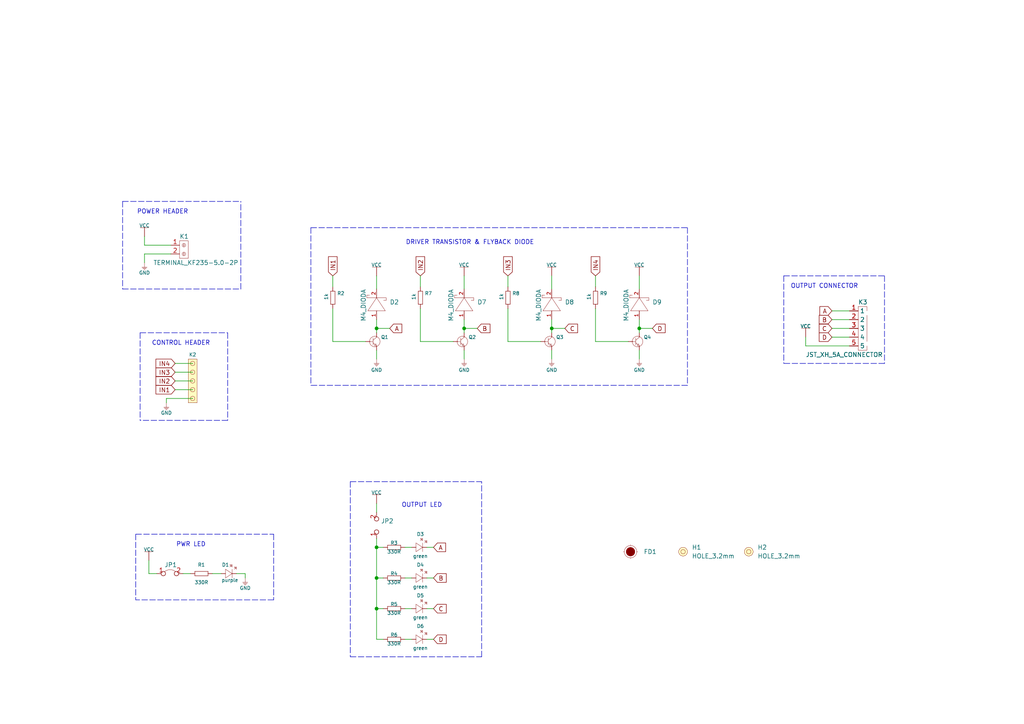
<source format=kicad_sch>
(kicad_sch (version 20210126) (generator eeschema)

  (paper "A4")

  (lib_symbols
    (symbol "e-radionica.com schematics:0402LED" (pin_numbers hide) (pin_names (offset 0.254) hide) (in_bom yes) (on_board yes)
      (property "Reference" "D" (id 0) (at -0.635 2.54 0)
        (effects (font (size 1 1)))
      )
      (property "Value" "0402LED" (id 1) (at 0 -2.54 0)
        (effects (font (size 1 1)))
      )
      (property "Footprint" "e-radionica.com footprinti:0402LED" (id 2) (at 0 5.08 0)
        (effects (font (size 1 1)) hide)
      )
      (property "Datasheet" "" (id 3) (at 0 0 0)
        (effects (font (size 1 1)) hide)
      )
      (symbol "0402LED_0_1"
        (polyline
          (pts
            (xy -0.635 1.27)
            (xy -0.635 -1.27)
            (xy 1.27 0)
          )
          (stroke (width 0.0006)) (fill (type none))
        )
        (polyline
          (pts
            (xy -0.635 1.27)
            (xy 1.27 0)
          )
          (stroke (width 0.0006)) (fill (type none))
        )
        (polyline
          (pts
            (xy 1.27 1.27)
            (xy 1.27 -1.27)
          )
          (stroke (width 0.0006)) (fill (type none))
        )
        (polyline
          (pts
            (xy 0.635 1.905)
            (xy 1.27 2.54)
          )
          (stroke (width 0.0006)) (fill (type none))
        )
        (polyline
          (pts
            (xy 1.905 1.27)
            (xy 2.54 1.905)
          )
          (stroke (width 0.0006)) (fill (type none))
        )
        (polyline
          (pts
            (xy 2.54 1.905)
            (xy 1.905 1.905)
            (xy 2.54 1.27)
            (xy 2.54 1.905)
          )
          (stroke (width 0.0006)) (fill (type none))
        )
        (polyline
          (pts
            (xy 1.27 2.54)
            (xy 0.635 2.54)
            (xy 1.27 1.905)
            (xy 1.27 2.54)
          )
          (stroke (width 0.0006)) (fill (type none))
        )
      )
      (symbol "0402LED_1_1"
        (pin passive line (at -1.905 0 0) (length 1.27)
          (name "A" (effects (font (size 1.27 1.27))))
          (number "1" (effects (font (size 1.27 1.27))))
        )
        (pin passive line (at 2.54 0 180) (length 1.27)
          (name "K" (effects (font (size 1.27 1.27))))
          (number "2" (effects (font (size 1.27 1.27))))
        )
      )
    )
    (symbol "e-radionica.com schematics:0402R" (pin_numbers hide) (pin_names (offset 0.254)) (in_bom yes) (on_board yes)
      (property "Reference" "R" (id 0) (at -1.905 1.27 0)
        (effects (font (size 1 1)))
      )
      (property "Value" "0402R" (id 1) (at 0 -1.27 0)
        (effects (font (size 1 1)))
      )
      (property "Footprint" "e-radionica.com footprinti:0402R" (id 2) (at -2.54 1.905 0)
        (effects (font (size 1 1)) hide)
      )
      (property "Datasheet" "" (id 3) (at -2.54 1.905 0)
        (effects (font (size 1 1)) hide)
      )
      (symbol "0402R_0_1"
        (rectangle (start -1.905 0.635) (end -1.8796 -0.635)
          (stroke (width 0.1)) (fill (type none))
        )
        (rectangle (start -1.905 0.635) (end 1.905 0.6096)
          (stroke (width 0.1)) (fill (type none))
        )
        (rectangle (start -1.905 -0.635) (end 1.905 -0.6604)
          (stroke (width 0.1)) (fill (type none))
        )
        (rectangle (start 1.905 0.635) (end 1.9304 -0.635)
          (stroke (width 0.1)) (fill (type none))
        )
      )
      (symbol "0402R_1_1"
        (pin passive line (at -3.175 0 0) (length 1.27)
          (name "~" (effects (font (size 1.27 1.27))))
          (number "1" (effects (font (size 1.27 1.27))))
        )
        (pin passive line (at 3.175 0 180) (length 1.27)
          (name "~" (effects (font (size 1.27 1.27))))
          (number "2" (effects (font (size 1.27 1.27))))
        )
      )
    )
    (symbol "e-radionica.com schematics:0603LED" (pin_numbers hide) (pin_names (offset 0.254) hide) (in_bom yes) (on_board yes)
      (property "Reference" "D" (id 0) (at 0 1.905 0)
        (effects (font (size 1 1)))
      )
      (property "Value" "0603LED" (id 1) (at 0.635 -2.54 0)
        (effects (font (size 1 1)))
      )
      (property "Footprint" "e-radionica.com footprinti:0603LED" (id 2) (at 0 -3.81 0)
        (effects (font (size 1 1)) hide)
      )
      (property "Datasheet" "" (id 3) (at 0 0 0)
        (effects (font (size 1 1)) hide)
      )
      (symbol "0603LED_0_1"
        (polyline
          (pts
            (xy 0 1.27)
            (xy 0 -1.27)
            (xy 1.905 0)
          )
          (stroke (width 0.0006)) (fill (type none))
        )
        (polyline
          (pts
            (xy 0 1.27)
            (xy 1.905 0)
          )
          (stroke (width 0.0006)) (fill (type none))
        )
        (polyline
          (pts
            (xy 1.905 1.27)
            (xy 1.905 -1.27)
          )
          (stroke (width 0.0006)) (fill (type none))
        )
        (polyline
          (pts
            (xy 1.27 1.905)
            (xy 1.905 2.54)
          )
          (stroke (width 0.0006)) (fill (type none))
        )
        (polyline
          (pts
            (xy 2.54 1.27)
            (xy 3.175 1.905)
          )
          (stroke (width 0.0006)) (fill (type none))
        )
        (polyline
          (pts
            (xy 3.175 1.905)
            (xy 2.54 1.905)
            (xy 3.175 1.27)
            (xy 3.175 1.905)
          )
          (stroke (width 0.0006)) (fill (type none))
        )
        (polyline
          (pts
            (xy 1.905 2.54)
            (xy 1.27 2.54)
            (xy 1.905 1.905)
            (xy 1.905 2.54)
          )
          (stroke (width 0.0006)) (fill (type none))
        )
      )
      (symbol "0603LED_1_1"
        (pin passive line (at -1.27 0 0) (length 1.27)
          (name "A" (effects (font (size 1.27 1.27))))
          (number "1" (effects (font (size 1.27 1.27))))
        )
        (pin passive line (at 3.175 0 180) (length 1.27)
          (name "K" (effects (font (size 1.27 1.27))))
          (number "2" (effects (font (size 1.27 1.27))))
        )
      )
    )
    (symbol "e-radionica.com schematics:0603R" (pin_numbers hide) (pin_names (offset 0.254)) (in_bom yes) (on_board yes)
      (property "Reference" "R" (id 0) (at -1.905 1.905 0)
        (effects (font (size 1 1)))
      )
      (property "Value" "0603R" (id 1) (at 0 -1.905 0)
        (effects (font (size 1 1)))
      )
      (property "Footprint" "e-radionica.com footprinti:0603R" (id 2) (at -0.635 1.905 0)
        (effects (font (size 1 1)) hide)
      )
      (property "Datasheet" "" (id 3) (at -0.635 1.905 0)
        (effects (font (size 1 1)) hide)
      )
      (symbol "0603R_0_1"
        (rectangle (start -1.905 0.635) (end -1.8796 -0.635)
          (stroke (width 0.1)) (fill (type none))
        )
        (rectangle (start -1.905 0.635) (end 1.905 0.6096)
          (stroke (width 0.1)) (fill (type none))
        )
        (rectangle (start -1.905 -0.635) (end 1.905 -0.6604)
          (stroke (width 0.1)) (fill (type none))
        )
        (rectangle (start 1.905 0.635) (end 1.9304 -0.635)
          (stroke (width 0.1)) (fill (type none))
        )
      )
      (symbol "0603R_1_1"
        (pin passive line (at -3.175 0 0) (length 1.27)
          (name "~" (effects (font (size 1.27 1.27))))
          (number "1" (effects (font (size 1.27 1.27))))
        )
        (pin passive line (at 3.175 0 180) (length 1.27)
          (name "~" (effects (font (size 1.27 1.27))))
          (number "2" (effects (font (size 1.27 1.27))))
        )
      )
    )
    (symbol "e-radionica.com schematics:Fiducial_Stencil" (pin_numbers hide) (pin_names hide) (in_bom yes) (on_board yes)
      (property "Reference" "FD?" (id 0) (at 0 3.048 0)
        (effects (font (size 1.27 1.27)))
      )
      (property "Value" "Fiducial_Stencil" (id 1) (at 0 -2.794 0)
        (effects (font (size 1.27 1.27)) hide)
      )
      (property "Footprint" "e-radionica.com footprinti:FIDUCIAL_1MM_PASTE" (id 2) (at 0 -6.35 0)
        (effects (font (size 1.27 1.27)) hide)
      )
      (property "Datasheet" "" (id 3) (at 0 0 0)
        (effects (font (size 1.27 1.27)) hide)
      )
      (symbol "Fiducial_Stencil_0_1"
        (circle (center 0 0) (radius 1.7961) (stroke (width 0.0006)) (fill (type none)))
        (circle (center 0 0) (radius 1.27) (stroke (width 0.001)) (fill (type outline)))
        (polyline
          (pts
            (xy 1.778 0)
            (xy 2.032 0)
          )
          (stroke (width 0.0006)) (fill (type none))
        )
        (polyline
          (pts
            (xy 0 1.778)
            (xy 0 2.032)
          )
          (stroke (width 0.0006)) (fill (type none))
        )
        (polyline
          (pts
            (xy -1.778 0)
            (xy -2.032 0)
          )
          (stroke (width 0.0006)) (fill (type none))
        )
        (polyline
          (pts
            (xy 0 -1.778)
            (xy 0 -2.032)
          )
          (stroke (width 0.0006)) (fill (type none))
        )
      )
    )
    (symbol "e-radionica.com schematics:GND" (power) (pin_names (offset 0)) (in_bom yes) (on_board yes)
      (property "Reference" "#PWR" (id 0) (at 4.445 0 0)
        (effects (font (size 1 1)) hide)
      )
      (property "Value" "GND" (id 1) (at 0 -2.921 0)
        (effects (font (size 1 1)))
      )
      (property "Footprint" "" (id 2) (at 4.445 3.81 0)
        (effects (font (size 1 1)) hide)
      )
      (property "Datasheet" "" (id 3) (at 4.445 3.81 0)
        (effects (font (size 1 1)) hide)
      )
      (property "ki_keywords" "power-flag" (id 4) (at 0 0 0)
        (effects (font (size 1.27 1.27)) hide)
      )
      (property "ki_description" "Power symbol creates a global label with name \"+3V3\"" (id 5) (at 0 0 0)
        (effects (font (size 1.27 1.27)) hide)
      )
      (symbol "GND_0_1"
        (polyline
          (pts
            (xy 0 0)
            (xy 0 -1.27)
          )
          (stroke (width 0.0006)) (fill (type none))
        )
        (polyline
          (pts
            (xy -0.762 -1.27)
            (xy 0.762 -1.27)
          )
          (stroke (width 0.0006)) (fill (type none))
        )
        (polyline
          (pts
            (xy -0.381 -1.778)
            (xy 0.381 -1.778)
          )
          (stroke (width 0.0006)) (fill (type none))
        )
        (polyline
          (pts
            (xy -0.127 -2.032)
            (xy 0.127 -2.032)
          )
          (stroke (width 0.0006)) (fill (type none))
        )
        (polyline
          (pts
            (xy -0.635 -1.524)
            (xy 0.635 -1.524)
          )
          (stroke (width 0.0006)) (fill (type none))
        )
      )
      (symbol "GND_1_1"
        (pin power_in line (at 0 0 270) (length 0) hide
          (name "GND" (effects (font (size 1.27 1.27))))
          (number "1" (effects (font (size 1.27 1.27))))
        )
      )
    )
    (symbol "e-radionica.com schematics:GND_3" (power) (pin_names (offset 0)) (in_bom yes) (on_board yes)
      (property "Reference" "#PWR" (id 0) (at 4.445 0 0)
        (effects (font (size 1 1)) hide)
      )
      (property "Value" "GND" (id 1) (at 0 -2.921 0)
        (effects (font (size 1 1)))
      )
      (property "Footprint" "" (id 2) (at 4.445 3.81 0)
        (effects (font (size 1 1)) hide)
      )
      (property "Datasheet" "" (id 3) (at 4.445 3.81 0)
        (effects (font (size 1 1)) hide)
      )
      (property "ki_keywords" "power-flag" (id 4) (at 0 0 0)
        (effects (font (size 1.27 1.27)) hide)
      )
      (property "ki_description" "Power symbol creates a global label with name \"+3V3\"" (id 5) (at 0 0 0)
        (effects (font (size 1.27 1.27)) hide)
      )
      (symbol "GND_3_0_1"
        (polyline
          (pts
            (xy 0 0)
            (xy 0 -1.27)
          )
          (stroke (width 0.0006)) (fill (type none))
        )
        (polyline
          (pts
            (xy -0.762 -1.27)
            (xy 0.762 -1.27)
          )
          (stroke (width 0.0006)) (fill (type none))
        )
        (polyline
          (pts
            (xy -0.381 -1.778)
            (xy 0.381 -1.778)
          )
          (stroke (width 0.0006)) (fill (type none))
        )
        (polyline
          (pts
            (xy -0.127 -2.032)
            (xy 0.127 -2.032)
          )
          (stroke (width 0.0006)) (fill (type none))
        )
        (polyline
          (pts
            (xy -0.635 -1.524)
            (xy 0.635 -1.524)
          )
          (stroke (width 0.0006)) (fill (type none))
        )
      )
      (symbol "GND_3_1_1"
        (pin power_in line (at 0 0 270) (length 0) hide
          (name "GND" (effects (font (size 1.27 1.27))))
          (number "1" (effects (font (size 1.27 1.27))))
        )
      )
    )
    (symbol "e-radionica.com schematics:HEADER_MALE_5X1" (pin_numbers hide) (pin_names hide) (in_bom yes) (on_board yes)
      (property "Reference" "K" (id 0) (at -0.635 7.62 0)
        (effects (font (size 1 1)))
      )
      (property "Value" "HEADER_MALE_5X1" (id 1) (at 0.635 -7.62 0)
        (effects (font (size 1 1)))
      )
      (property "Footprint" "e-radionica.com footprinti:HEADER_MALE_5X1" (id 2) (at 0 0 0)
        (effects (font (size 1 1)) hide)
      )
      (property "Datasheet" "" (id 3) (at 0 0 0)
        (effects (font (size 1 1)) hide)
      )
      (symbol "HEADER_MALE_5X1_0_1"
        (circle (center 0 -5.08) (radius 0.635) (stroke (width 0.0006)) (fill (type none)))
        (circle (center 0 -2.54) (radius 0.635) (stroke (width 0.0006)) (fill (type none)))
        (circle (center 0 0) (radius 0.635) (stroke (width 0.0006)) (fill (type none)))
        (circle (center 0 2.54) (radius 0.635) (stroke (width 0.0006)) (fill (type none)))
        (circle (center 0 5.08) (radius 0.635) (stroke (width 0.0006)) (fill (type none)))
        (rectangle (start -1.27 6.35) (end 1.27 -6.35)
          (stroke (width 0.001)) (fill (type background))
        )
      )
      (symbol "HEADER_MALE_5X1_1_1"
        (pin passive line (at 0 -5.08 180) (length 0)
          (name "~" (effects (font (size 1 1))))
          (number "1" (effects (font (size 1 1))))
        )
        (pin passive line (at 0 -2.54 180) (length 0)
          (name "~" (effects (font (size 1 1))))
          (number "2" (effects (font (size 1 1))))
        )
        (pin passive line (at 0 0 180) (length 0)
          (name "~" (effects (font (size 1 1))))
          (number "3" (effects (font (size 1 1))))
        )
        (pin passive line (at 0 2.54 180) (length 0)
          (name "~" (effects (font (size 1 1))))
          (number "4" (effects (font (size 1 1))))
        )
        (pin passive line (at 0 5.08 180) (length 0)
          (name "~" (effects (font (size 0.991 0.991))))
          (number "5" (effects (font (size 0.991 0.991))))
        )
      )
    )
    (symbol "e-radionica.com schematics:HOLE_3.2mm" (pin_numbers hide) (pin_names hide) (in_bom yes) (on_board yes)
      (property "Reference" "H" (id 0) (at 0 2.54 0)
        (effects (font (size 1.27 1.27)))
      )
      (property "Value" "HOLE_3.2mm" (id 1) (at 0 -2.54 0)
        (effects (font (size 1.27 1.27)))
      )
      (property "Footprint" "e-radionica.com footprinti:HOLE_3.2mm" (id 2) (at 0 0 0)
        (effects (font (size 1.27 1.27)) hide)
      )
      (property "Datasheet" "" (id 3) (at 0 0 0)
        (effects (font (size 1.27 1.27)) hide)
      )
      (symbol "HOLE_3.2mm_0_1"
        (circle (center 0 0) (radius 1.27) (stroke (width 0.001)) (fill (type background)))
        (circle (center 0 0) (radius 0.635) (stroke (width 0.0006)) (fill (type none)))
      )
    )
    (symbol "e-radionica.com schematics:JST_XH_5A_CONNECTOR" (in_bom yes) (on_board yes)
      (property "Reference" "K" (id 0) (at 0 7.62 0)
        (effects (font (size 1.27 1.27)))
      )
      (property "Value" "JST_XH_5A_CONNECTOR" (id 1) (at 0 -7.62 0)
        (effects (font (size 1.27 1.27)))
      )
      (property "Footprint" "e-radionica.com footprinti:JST_XH_5A_CONNECTOR" (id 2) (at 0 -10.16 0)
        (effects (font (size 1.27 1.27)) hide)
      )
      (property "Datasheet" "" (id 3) (at -1.27 0 0)
        (effects (font (size 1.27 1.27)) hide)
      )
      (property "ki_keywords" "Stepper connector header jst" (id 4) (at 0 0 0)
        (effects (font (size 1.27 1.27)) hide)
      )
      (symbol "JST_XH_5A_CONNECTOR_0_1"
        (polyline
          (pts
            (xy -1.27 6.35)
            (xy 1.27 6.35)
            (xy 1.27 5.08)
          )
          (stroke (width 0.0006)) (fill (type none))
        )
        (polyline
          (pts
            (xy -1.27 6.35)
            (xy -1.27 -6.35)
            (xy 1.27 -6.35)
            (xy 1.27 -5.08)
          )
          (stroke (width 0.0006)) (fill (type none))
        )
        (polyline
          (pts
            (xy 1.27 3.81)
            (xy 1.27 -3.81)
          )
          (stroke (width 0.0006)) (fill (type none))
        )
      )
      (symbol "JST_XH_5A_CONNECTOR_1_1"
        (pin input line (at -3.81 5.08 0) (length 2.54)
          (name "1" (effects (font (size 1.27 1.27))))
          (number "1" (effects (font (size 1.27 1.27))))
        )
        (pin input line (at -3.81 2.54 0) (length 2.54)
          (name "2" (effects (font (size 1.27 1.27))))
          (number "2" (effects (font (size 1.27 1.27))))
        )
        (pin input line (at -3.81 0 0) (length 2.54)
          (name "3" (effects (font (size 1.27 1.27))))
          (number "3" (effects (font (size 1.27 1.27))))
        )
        (pin input line (at -3.81 -2.54 0) (length 2.54)
          (name "4" (effects (font (size 1.27 1.27))))
          (number "4" (effects (font (size 1.27 1.27))))
        )
        (pin input line (at -3.81 -5.08 0) (length 2.54)
          (name "5" (effects (font (size 1.27 1.27))))
          (number "5" (effects (font (size 1.27 1.27))))
        )
      )
    )
    (symbol "e-radionica.com schematics:M4_DIODA" (pin_names hide) (in_bom yes) (on_board yes)
      (property "Reference" "D" (id 0) (at 0 3.81 0)
        (effects (font (size 1.27 1.27)))
      )
      (property "Value" "M4_DIODA" (id 1) (at 0 -4.572 0)
        (effects (font (size 1.27 1.27)))
      )
      (property "Footprint" "e-radionica.com footprinti:M4_DIODA" (id 2) (at 0 -6.35 0)
        (effects (font (size 1.27 1.27)) hide)
      )
      (property "Datasheet" "" (id 3) (at 0 0 0)
        (effects (font (size 1.27 1.27)) hide)
      )
      (symbol "M4_DIODA_0_1"
        (polyline
          (pts
            (xy -2.54 2.54)
            (xy -2.54 -2.54)
            (xy 1.27 0)
            (xy -2.54 2.54)
          )
          (stroke (width 0.0006)) (fill (type none))
        )
        (polyline
          (pts
            (xy 1.27 2.794)
            (xy 1.27 -2.794)
            (xy 0.508 -2.794)
            (xy 0.508 -2.032)
          )
          (stroke (width 0.0006)) (fill (type none))
        )
        (polyline
          (pts
            (xy 1.27 2.794)
            (xy 2.032 2.794)
            (xy 2.032 2.032)
            (xy 2.032 2.54)
          )
          (stroke (width 0.0006)) (fill (type none))
        )
      )
      (symbol "M4_DIODA_1_1"
        (pin passive line (at -5.08 0 0) (length 2.54)
          (name "A" (effects (font (size 1 1))))
          (number "1" (effects (font (size 1 1))))
        )
        (pin passive line (at 3.81 0 180) (length 2.54)
          (name "K" (effects (font (size 1 1))))
          (number "2" (effects (font (size 1 1))))
        )
      )
    )
    (symbol "e-radionica.com schematics:NPN-SOT-23-3" (pin_numbers hide) (pin_names hide) (in_bom yes) (on_board yes)
      (property "Reference" "Q" (id 0) (at -2.286 2.921 0)
        (effects (font (size 1 1)))
      )
      (property "Value" "NPN-SOT-23-3" (id 1) (at 0 -3.81 0)
        (effects (font (size 1 1)))
      )
      (property "Footprint" "e-radionica.com footprinti:SOT-23-3" (id 2) (at 0 0 0)
        (effects (font (size 1 1)) hide)
      )
      (property "Datasheet" "" (id 3) (at 0 0 0)
        (effects (font (size 1 1)) hide)
      )
      (symbol "NPN-SOT-23-3_0_1"
        (circle (center -0.508 0) (radius 1.524) (stroke (width 0.0006)) (fill (type none)))
        (polyline
          (pts
            (xy -1.016 1.016)
            (xy -1.016 -1.016)
          )
          (stroke (width 0.0006)) (fill (type none))
        )
        (polyline
          (pts
            (xy -1.016 0.381)
            (xy 0 1.27)
          )
          (stroke (width 0.0006)) (fill (type none))
        )
        (polyline
          (pts
            (xy -1.016 -0.381)
            (xy -0.4064 -0.9144)
          )
          (stroke (width 0.1)) (fill (type none))
        )
        (polyline
          (pts
            (xy -2.032 0)
            (xy -1.016 0)
          )
          (stroke (width 0.0006)) (fill (type none))
        )
        (polyline
          (pts
            (xy -0.6096 -1.1684)
            (xy -0.2032 -0.6604)
            (xy 0 -1.27)
            (xy -0.6096 -1.1684)
          )
          (stroke (width 0.0006)) (fill (type none))
        )
      )
      (symbol "NPN-SOT-23-3_1_1"
        (pin passive line (at -3.175 0 0) (length 1.27)
          (name "B" (effects (font (size 1 1))))
          (number "1" (effects (font (size 1 1))))
        )
        (pin passive line (at 0 -2.54 90) (length 1.27)
          (name "E" (effects (font (size 1 1))))
          (number "2" (effects (font (size 1 1))))
        )
        (pin passive line (at 0 2.54 270) (length 1.27)
          (name "C" (effects (font (size 1 1))))
          (number "3" (effects (font (size 1 1))))
        )
      )
    )
    (symbol "e-radionica.com schematics:SMD-JUMPER-CONNECTED_TRACE_NOSLODERMASK" (in_bom yes) (on_board yes)
      (property "Reference" "JP" (id 0) (at 0 3.556 0)
        (effects (font (size 1.27 1.27)))
      )
      (property "Value" "SMD-JUMPER-CONNECTED_TRACE_NOSLODERMASK" (id 1) (at 0 -2.54 0)
        (effects (font (size 1.27 1.27)))
      )
      (property "Footprint" "e-radionica.com footprinti:SMD-JUMPER-CONNECTED_TRACE_NOSLODERMASK" (id 2) (at 0 0 0)
        (effects (font (size 1.27 1.27)) hide)
      )
      (property "Datasheet" "" (id 3) (at 0 0 0)
        (effects (font (size 1.27 1.27)) hide)
      )
      (symbol "SMD-JUMPER-CONNECTED_TRACE_NOSLODERMASK_0_1"
        (arc (start -1.8034 0.5588) (end 1.397 0.5842) (radius (at -0.1875 -1.4124) (length 2.5489) (angles 129.3 51.6))
          (stroke (width 0.0006)) (fill (type none))
        )
      )
      (symbol "SMD-JUMPER-CONNECTED_TRACE_NOSLODERMASK_1_1"
        (pin passive inverted (at -4.064 0 0) (length 2.54)
          (name "" (effects (font (size 1.27 1.27))))
          (number "1" (effects (font (size 1.27 1.27))))
        )
        (pin passive inverted (at 3.556 0 180) (length 2.54)
          (name "" (effects (font (size 1.27 1.27))))
          (number "2" (effects (font (size 1.27 1.27))))
        )
      )
    )
    (symbol "e-radionica.com schematics:SMD_JUMPER" (in_bom yes) (on_board yes)
      (property "Reference" "JP" (id 0) (at 0 1.397 0)
        (effects (font (size 1.27 1.27)))
      )
      (property "Value" "SMD_JUMPER" (id 1) (at 0.508 -3.048 0)
        (effects (font (size 1.27 1.27)))
      )
      (property "Footprint" "e-radionica.com footprinti:SMD_JUMPER" (id 2) (at 0 0 0)
        (effects (font (size 1.27 1.27)) hide)
      )
      (property "Datasheet" "" (id 3) (at 0 0 0)
        (effects (font (size 1.27 1.27)) hide)
      )
      (symbol "SMD_JUMPER_1_1"
        (pin passive inverted (at -3.81 0 0) (length 2.54)
          (name "" (effects (font (size 1.27 1.27))))
          (number "1" (effects (font (size 1.27 1.27))))
        )
        (pin passive inverted (at 3.81 0 180) (length 2.54)
          (name "" (effects (font (size 1.27 1.27))))
          (number "2" (effects (font (size 1.27 1.27))))
        )
      )
    )
    (symbol "e-radionica.com schematics:TERMINAL_KF235-5.0-2P" (in_bom yes) (on_board yes)
      (property "Reference" "K" (id 0) (at 0 3.81 0)
        (effects (font (size 1.27 1.27)))
      )
      (property "Value" "TERMINAL_KF235-5.0-2P" (id 1) (at 0 -3.81 0)
        (effects (font (size 1.27 1.27)))
      )
      (property "Footprint" "e-radionica.com footprinti:TERMINAL_KF235-5.0-2P" (id 2) (at 0 0 0)
        (effects (font (size 1.27 1.27)) hide)
      )
      (property "Datasheet" "" (id 3) (at 0 0 0)
        (effects (font (size 1.27 1.27)) hide)
      )
      (symbol "TERMINAL_KF235-5.0-2P_0_1"
        (circle (center 0 1.27) (radius 0.508) (stroke (width 0.0006)) (fill (type none)))
        (circle (center 0 -1.27) (radius 0.508) (stroke (width 0.0006)) (fill (type none)))
        (rectangle (start -1.27 2.54) (end 1.27 -2.54)
          (stroke (width 0.0006)) (fill (type none))
        )
        (polyline
          (pts
            (xy 0 -0.762)
            (xy 0 -1.778)
          )
          (stroke (width 0.0006)) (fill (type none))
        )
        (polyline
          (pts
            (xy -0.254 -1.27)
            (xy 0.254 -1.27)
          )
          (stroke (width 0.0006)) (fill (type none))
        )
        (polyline
          (pts
            (xy 0 1.778)
            (xy 0 0.762)
          )
          (stroke (width 0.0006)) (fill (type none))
        )
        (polyline
          (pts
            (xy -0.254 1.27)
            (xy 0.254 1.27)
          )
          (stroke (width 0.0006)) (fill (type none))
        )
      )
      (symbol "TERMINAL_KF235-5.0-2P_1_1"
        (pin input line (at -3.81 1.27 0) (length 2.54)
          (name "~" (effects (font (size 1.27 1.27))))
          (number "1" (effects (font (size 1.27 1.27))))
        )
        (pin input line (at -3.81 -1.27 0) (length 2.54)
          (name "~" (effects (font (size 1.27 1.27))))
          (number "2" (effects (font (size 1.27 1.27))))
        )
      )
    )
    (symbol "e-radionica.com schematics:VCC" (power) (pin_names (offset 0)) (in_bom yes) (on_board yes)
      (property "Reference" "#PWR" (id 0) (at 4.445 0 0)
        (effects (font (size 1 1)) hide)
      )
      (property "Value" "VCC" (id 1) (at 0 3.556 0)
        (effects (font (size 1 1)))
      )
      (property "Footprint" "" (id 2) (at 4.445 3.81 0)
        (effects (font (size 1 1)) hide)
      )
      (property "Datasheet" "" (id 3) (at 4.445 3.81 0)
        (effects (font (size 1 1)) hide)
      )
      (property "ki_keywords" "power-flag" (id 4) (at 0 0 0)
        (effects (font (size 1.27 1.27)) hide)
      )
      (property "ki_description" "Power symbol creates a global label with name \"+3V3\"" (id 5) (at 0 0 0)
        (effects (font (size 1.27 1.27)) hide)
      )
      (symbol "VCC_0_1"
        (polyline
          (pts
            (xy 0 0)
            (xy 0 2.54)
          )
          (stroke (width 0)) (fill (type none))
        )
        (polyline
          (pts
            (xy -1.27 2.54)
            (xy 1.27 2.54)
          )
          (stroke (width 0.0006)) (fill (type none))
        )
      )
      (symbol "VCC_1_1"
        (pin power_in line (at 0 0 90) (length 0) hide
          (name "VCC" (effects (font (size 1.27 1.27))))
          (number "1" (effects (font (size 1.27 1.27))))
        )
      )
    )
  )

  (junction (at 109.22 95.25) (diameter 0.9144) (color 0 0 0 0))
  (junction (at 109.22 158.75) (diameter 0.9144) (color 0 0 0 0))
  (junction (at 109.22 167.64) (diameter 0.9144) (color 0 0 0 0))
  (junction (at 109.22 176.53) (diameter 0.9144) (color 0 0 0 0))
  (junction (at 134.62 95.25) (diameter 0.9144) (color 0 0 0 0))
  (junction (at 160.02 95.25) (diameter 0.9144) (color 0 0 0 0))
  (junction (at 185.42 95.25) (diameter 0.9144) (color 0 0 0 0))

  (wire (pts (xy 41.91 71.12) (xy 41.91 68.58))
    (stroke (width 0) (type solid) (color 0 0 0 0))
    (uuid e9652fdc-a80d-4c31-bb81-9d41dda9ea01)
  )
  (wire (pts (xy 41.91 73.66) (xy 41.91 76.2))
    (stroke (width 0) (type solid) (color 0 0 0 0))
    (uuid bb35f709-182a-48e8-96de-0584b3cec586)
  )
  (wire (pts (xy 43.18 162.56) (xy 43.18 166.37))
    (stroke (width 0) (type solid) (color 0 0 0 0))
    (uuid 65cf0e92-8bc2-442b-9b67-4e0373ff90d3)
  )
  (wire (pts (xy 45.466 166.37) (xy 43.18 166.37))
    (stroke (width 0) (type solid) (color 0 0 0 0))
    (uuid 558be03e-30ee-4ccc-b5bd-1d2b8c58f6f8)
  )
  (wire (pts (xy 48.26 115.57) (xy 48.26 116.84))
    (stroke (width 0) (type solid) (color 0 0 0 0))
    (uuid 0e414a70-9868-4629-80cd-0d27ca8a7f7c)
  )
  (wire (pts (xy 49.53 71.12) (xy 41.91 71.12))
    (stroke (width 0) (type solid) (color 0 0 0 0))
    (uuid e9652fdc-a80d-4c31-bb81-9d41dda9ea01)
  )
  (wire (pts (xy 49.53 73.66) (xy 41.91 73.66))
    (stroke (width 0) (type solid) (color 0 0 0 0))
    (uuid bb35f709-182a-48e8-96de-0584b3cec586)
  )
  (wire (pts (xy 50.8 105.41) (xy 55.88 105.41))
    (stroke (width 0) (type solid) (color 0 0 0 0))
    (uuid dbd3f876-db32-44ea-b478-b9a26469eb1d)
  )
  (wire (pts (xy 50.8 107.95) (xy 55.88 107.95))
    (stroke (width 0) (type solid) (color 0 0 0 0))
    (uuid e4dba258-e83c-4739-850a-1310535e63fe)
  )
  (wire (pts (xy 50.8 110.49) (xy 55.88 110.49))
    (stroke (width 0) (type solid) (color 0 0 0 0))
    (uuid 763f2013-ccfa-4a46-a020-74e091b5a296)
  )
  (wire (pts (xy 50.8 113.03) (xy 55.88 113.03))
    (stroke (width 0) (type solid) (color 0 0 0 0))
    (uuid f996c8cc-135b-450d-9a8f-f26adfe164fc)
  )
  (wire (pts (xy 53.086 166.37) (xy 55.245 166.37))
    (stroke (width 0) (type solid) (color 0 0 0 0))
    (uuid 81f84a12-f07d-4529-9ae0-36837b2b31e2)
  )
  (wire (pts (xy 55.88 115.57) (xy 48.26 115.57))
    (stroke (width 0) (type solid) (color 0 0 0 0))
    (uuid a611abb4-2d16-40ef-8a47-766a26f7cef8)
  )
  (wire (pts (xy 61.595 166.37) (xy 64.135 166.37))
    (stroke (width 0) (type solid) (color 0 0 0 0))
    (uuid d68307cc-657c-44c4-be93-df0218f67ca0)
  )
  (wire (pts (xy 71.12 166.37) (xy 68.58 166.37))
    (stroke (width 0) (type solid) (color 0 0 0 0))
    (uuid 2ecaada3-85ff-434d-ac9a-7ab07c7fc285)
  )
  (wire (pts (xy 71.12 166.37) (xy 71.12 167.64))
    (stroke (width 0) (type solid) (color 0 0 0 0))
    (uuid 524ecaec-58f7-485f-9d3e-ec4b283c33f0)
  )
  (wire (pts (xy 96.52 80.01) (xy 96.52 83.185))
    (stroke (width 0) (type solid) (color 0 0 0 0))
    (uuid 2f13c74e-7f7b-4ebe-a0dd-2296d039bc60)
  )
  (wire (pts (xy 96.52 89.535) (xy 96.52 99.06))
    (stroke (width 0) (type solid) (color 0 0 0 0))
    (uuid 259acaa7-62ca-4171-9895-f9e2ee237ad4)
  )
  (wire (pts (xy 96.52 99.06) (xy 106.045 99.06))
    (stroke (width 0) (type solid) (color 0 0 0 0))
    (uuid 7c913eef-676e-4526-adb7-bdc64baf758f)
  )
  (wire (pts (xy 109.22 80.01) (xy 109.22 83.82))
    (stroke (width 0) (type solid) (color 0 0 0 0))
    (uuid d968a097-b5af-434a-a08b-4be2079b0f5f)
  )
  (wire (pts (xy 109.22 92.71) (xy 109.22 95.25))
    (stroke (width 0) (type solid) (color 0 0 0 0))
    (uuid decfd424-86f5-4465-adb8-613bb691cb98)
  )
  (wire (pts (xy 109.22 95.25) (xy 109.22 96.52))
    (stroke (width 0) (type solid) (color 0 0 0 0))
    (uuid e62d3671-7d4b-4543-9557-ca7acdacb67e)
  )
  (wire (pts (xy 109.22 95.25) (xy 113.03 95.25))
    (stroke (width 0) (type solid) (color 0 0 0 0))
    (uuid 83cc697c-0e39-4cfe-975f-178173cebba6)
  )
  (wire (pts (xy 109.22 101.6) (xy 109.22 104.14))
    (stroke (width 0) (type solid) (color 0 0 0 0))
    (uuid c91da9e2-12c2-4c2b-ab38-1cad75aa91d0)
  )
  (wire (pts (xy 109.22 146.05) (xy 109.22 148.59))
    (stroke (width 0) (type solid) (color 0 0 0 0))
    (uuid 1ab68199-4385-482a-b132-a49fc4ccc583)
  )
  (wire (pts (xy 109.22 158.75) (xy 109.22 156.21))
    (stroke (width 0) (type solid) (color 0 0 0 0))
    (uuid b92b3ac8-dad8-4f10-a939-3b73a5a5d003)
  )
  (wire (pts (xy 109.22 167.64) (xy 109.22 158.75))
    (stroke (width 0) (type solid) (color 0 0 0 0))
    (uuid b3e6812c-b19c-4c97-b2a3-e01e64db3f47)
  )
  (wire (pts (xy 109.22 167.64) (xy 111.125 167.64))
    (stroke (width 0) (type solid) (color 0 0 0 0))
    (uuid a26854a6-c5f0-4b0d-9ac4-ea9ddb597680)
  )
  (wire (pts (xy 109.22 176.53) (xy 109.22 167.64))
    (stroke (width 0) (type solid) (color 0 0 0 0))
    (uuid b3e6812c-b19c-4c97-b2a3-e01e64db3f47)
  )
  (wire (pts (xy 109.22 176.53) (xy 111.125 176.53))
    (stroke (width 0) (type solid) (color 0 0 0 0))
    (uuid 78fdf97e-a066-4af4-9714-08f5c675dc3b)
  )
  (wire (pts (xy 109.22 185.42) (xy 109.22 176.53))
    (stroke (width 0) (type solid) (color 0 0 0 0))
    (uuid b3e6812c-b19c-4c97-b2a3-e01e64db3f47)
  )
  (wire (pts (xy 111.125 158.75) (xy 109.22 158.75))
    (stroke (width 0) (type solid) (color 0 0 0 0))
    (uuid b92b3ac8-dad8-4f10-a939-3b73a5a5d003)
  )
  (wire (pts (xy 111.125 185.42) (xy 109.22 185.42))
    (stroke (width 0) (type solid) (color 0 0 0 0))
    (uuid b3e6812c-b19c-4c97-b2a3-e01e64db3f47)
  )
  (wire (pts (xy 117.475 158.75) (xy 119.38 158.75))
    (stroke (width 0) (type solid) (color 0 0 0 0))
    (uuid de982bc0-903c-47b0-b0a4-a6f2f10e82ac)
  )
  (wire (pts (xy 117.475 167.64) (xy 119.38 167.64))
    (stroke (width 0) (type solid) (color 0 0 0 0))
    (uuid 4d23dd27-741a-4602-a503-663ccc86ba42)
  )
  (wire (pts (xy 117.475 176.53) (xy 119.38 176.53))
    (stroke (width 0) (type solid) (color 0 0 0 0))
    (uuid b38355cc-fda9-4346-b59e-ebb46e773216)
  )
  (wire (pts (xy 117.475 185.42) (xy 119.38 185.42))
    (stroke (width 0) (type solid) (color 0 0 0 0))
    (uuid b423742b-b3cb-4293-af22-2ec3438f6f74)
  )
  (wire (pts (xy 121.92 80.01) (xy 121.92 83.185))
    (stroke (width 0) (type solid) (color 0 0 0 0))
    (uuid 1285f1c9-ea00-4b49-8d6d-316366a5965a)
  )
  (wire (pts (xy 121.92 89.535) (xy 121.92 99.06))
    (stroke (width 0) (type solid) (color 0 0 0 0))
    (uuid 2b1eae0d-d0f0-4b1c-904b-abdfffc11be5)
  )
  (wire (pts (xy 121.92 99.06) (xy 131.445 99.06))
    (stroke (width 0) (type solid) (color 0 0 0 0))
    (uuid 203e2570-5e36-46ad-a10c-d0897d0cf5d6)
  )
  (wire (pts (xy 123.825 158.75) (xy 125.73 158.75))
    (stroke (width 0) (type solid) (color 0 0 0 0))
    (uuid 6e3f4c0b-2b42-49dc-8d26-498cdeecf871)
  )
  (wire (pts (xy 123.825 167.64) (xy 125.73 167.64))
    (stroke (width 0) (type solid) (color 0 0 0 0))
    (uuid 7bff4f4f-7c22-44d0-b10b-98f95d85c8dd)
  )
  (wire (pts (xy 123.825 176.53) (xy 125.73 176.53))
    (stroke (width 0) (type solid) (color 0 0 0 0))
    (uuid d0a26bfc-31fb-4f93-9350-2e5e75775bae)
  )
  (wire (pts (xy 123.825 185.42) (xy 125.73 185.42))
    (stroke (width 0) (type solid) (color 0 0 0 0))
    (uuid 33610c07-dc56-41d2-8522-9b3a5badb1c5)
  )
  (wire (pts (xy 134.62 80.01) (xy 134.62 83.82))
    (stroke (width 0) (type solid) (color 0 0 0 0))
    (uuid 1d92a9d8-5dc6-4753-9d58-26b6f97de5b2)
  )
  (wire (pts (xy 134.62 92.71) (xy 134.62 95.25))
    (stroke (width 0) (type solid) (color 0 0 0 0))
    (uuid be6ebc9b-2ad4-43f1-9669-342f3b8d3513)
  )
  (wire (pts (xy 134.62 95.25) (xy 134.62 96.52))
    (stroke (width 0) (type solid) (color 0 0 0 0))
    (uuid 0dfb8e68-3b0e-47f6-b17f-6e0ddb9b078b)
  )
  (wire (pts (xy 134.62 95.25) (xy 138.43 95.25))
    (stroke (width 0) (type solid) (color 0 0 0 0))
    (uuid df84b444-a657-45c4-856d-733918e27bba)
  )
  (wire (pts (xy 134.62 101.6) (xy 134.62 104.14))
    (stroke (width 0) (type solid) (color 0 0 0 0))
    (uuid 259f6611-cd3f-46ff-91d7-b559ec1cebe5)
  )
  (wire (pts (xy 147.32 80.01) (xy 147.32 83.185))
    (stroke (width 0) (type solid) (color 0 0 0 0))
    (uuid a1169a63-ac9e-4586-bf23-9cee6fe35959)
  )
  (wire (pts (xy 147.32 89.535) (xy 147.32 99.06))
    (stroke (width 0) (type solid) (color 0 0 0 0))
    (uuid 64c617e8-ad78-4b89-9cbe-3063b8566f28)
  )
  (wire (pts (xy 147.32 99.06) (xy 156.845 99.06))
    (stroke (width 0) (type solid) (color 0 0 0 0))
    (uuid 83eb2eb4-183d-4360-a87c-cc3b21ff76f2)
  )
  (wire (pts (xy 160.02 80.01) (xy 160.02 83.82))
    (stroke (width 0) (type solid) (color 0 0 0 0))
    (uuid d18784a3-33c2-47bb-a9c5-0d6b2951208c)
  )
  (wire (pts (xy 160.02 92.71) (xy 160.02 95.25))
    (stroke (width 0) (type solid) (color 0 0 0 0))
    (uuid 10c91d1d-47c2-4df8-ad77-323714d782e6)
  )
  (wire (pts (xy 160.02 95.25) (xy 160.02 96.52))
    (stroke (width 0) (type solid) (color 0 0 0 0))
    (uuid 29325489-8d70-4441-9ca5-c85b09368292)
  )
  (wire (pts (xy 160.02 95.25) (xy 163.83 95.25))
    (stroke (width 0) (type solid) (color 0 0 0 0))
    (uuid 711fad89-66f4-49ca-8533-060ab6a987e0)
  )
  (wire (pts (xy 160.02 101.6) (xy 160.02 104.14))
    (stroke (width 0) (type solid) (color 0 0 0 0))
    (uuid 2b0c1a7c-069a-4881-b686-f55a4f15e7fa)
  )
  (wire (pts (xy 172.72 80.01) (xy 172.72 83.185))
    (stroke (width 0) (type solid) (color 0 0 0 0))
    (uuid 9983d5ba-3781-4525-9867-912dbec2af16)
  )
  (wire (pts (xy 172.72 89.535) (xy 172.72 99.06))
    (stroke (width 0) (type solid) (color 0 0 0 0))
    (uuid f80b4780-b8c4-46be-9f67-aa7ac1ff4b43)
  )
  (wire (pts (xy 172.72 99.06) (xy 182.245 99.06))
    (stroke (width 0) (type solid) (color 0 0 0 0))
    (uuid 07708ffb-034f-46f6-9e3a-f67749940e24)
  )
  (wire (pts (xy 185.42 80.01) (xy 185.42 83.82))
    (stroke (width 0) (type solid) (color 0 0 0 0))
    (uuid 3fadd243-ad65-4b49-a8dd-9a90baa75bb9)
  )
  (wire (pts (xy 185.42 92.71) (xy 185.42 95.25))
    (stroke (width 0) (type solid) (color 0 0 0 0))
    (uuid c7370a92-8d07-4707-8273-3853a1701978)
  )
  (wire (pts (xy 185.42 95.25) (xy 185.42 96.52))
    (stroke (width 0) (type solid) (color 0 0 0 0))
    (uuid 4225b690-31b8-4437-8886-ae7e03bd55f2)
  )
  (wire (pts (xy 185.42 95.25) (xy 189.23 95.25))
    (stroke (width 0) (type solid) (color 0 0 0 0))
    (uuid defeea04-dfc1-4f40-866f-efc8523b8419)
  )
  (wire (pts (xy 185.42 101.6) (xy 185.42 104.14))
    (stroke (width 0) (type solid) (color 0 0 0 0))
    (uuid 07d4d3ab-5f7e-4d82-a15d-fc831ec48092)
  )
  (wire (pts (xy 233.68 100.33) (xy 233.68 97.79))
    (stroke (width 0) (type solid) (color 0 0 0 0))
    (uuid f59b0c4f-3223-4a55-854a-9ba365d24a79)
  )
  (wire (pts (xy 241.3 90.17) (xy 246.38 90.17))
    (stroke (width 0) (type solid) (color 0 0 0 0))
    (uuid 95a827c0-dc9c-49ae-8dc6-772ee817f7bb)
  )
  (wire (pts (xy 241.3 92.71) (xy 246.38 92.71))
    (stroke (width 0) (type solid) (color 0 0 0 0))
    (uuid 86179ef7-3462-4cdb-b9c4-3cfc3716c4cf)
  )
  (wire (pts (xy 241.3 95.25) (xy 246.38 95.25))
    (stroke (width 0) (type solid) (color 0 0 0 0))
    (uuid 04581ae7-9547-488d-8f10-f35a9d979581)
  )
  (wire (pts (xy 241.3 97.79) (xy 246.38 97.79))
    (stroke (width 0) (type solid) (color 0 0 0 0))
    (uuid a6e5e8b7-d487-4d6e-9b38-3fa52ece60ce)
  )
  (wire (pts (xy 246.38 100.33) (xy 233.68 100.33))
    (stroke (width 0) (type solid) (color 0 0 0 0))
    (uuid f59b0c4f-3223-4a55-854a-9ba365d24a79)
  )
  (polyline (pts (xy 35.56 58.42) (xy 35.56 83.82))
    (stroke (width 0) (type dash) (color 0 0 0 0))
    (uuid f610aac7-70ba-4623-9a33-cd09709be706)
  )
  (polyline (pts (xy 35.56 58.42) (xy 69.85 58.42))
    (stroke (width 0) (type dash) (color 0 0 0 0))
    (uuid f610aac7-70ba-4623-9a33-cd09709be706)
  )
  (polyline (pts (xy 35.56 83.82) (xy 69.85 83.82))
    (stroke (width 0) (type dash) (color 0 0 0 0))
    (uuid f610aac7-70ba-4623-9a33-cd09709be706)
  )
  (polyline (pts (xy 39.37 154.94) (xy 39.37 173.99))
    (stroke (width 0) (type dash) (color 0 0 0 0))
    (uuid 21da57c6-66d0-46e6-b7c6-e3550f59944c)
  )
  (polyline (pts (xy 39.37 154.94) (xy 79.375 154.94))
    (stroke (width 0) (type dash) (color 0 0 0 0))
    (uuid d7e7157e-2883-406c-8adf-2c9aa8f596b1)
  )
  (polyline (pts (xy 40.64 96.52) (xy 40.64 121.92))
    (stroke (width 0) (type dash) (color 0 0 0 0))
    (uuid dcc38ce4-69a1-4e02-806e-4f8a260f4b36)
  )
  (polyline (pts (xy 40.64 96.52) (xy 66.04 96.52))
    (stroke (width 0) (type dash) (color 0 0 0 0))
    (uuid dcc38ce4-69a1-4e02-806e-4f8a260f4b36)
  )
  (polyline (pts (xy 66.04 96.52) (xy 66.04 121.92))
    (stroke (width 0) (type dash) (color 0 0 0 0))
    (uuid dcc38ce4-69a1-4e02-806e-4f8a260f4b36)
  )
  (polyline (pts (xy 66.04 121.92) (xy 40.64 121.92))
    (stroke (width 0) (type dash) (color 0 0 0 0))
    (uuid dcc38ce4-69a1-4e02-806e-4f8a260f4b36)
  )
  (polyline (pts (xy 69.85 83.82) (xy 69.85 58.42))
    (stroke (width 0) (type dash) (color 0 0 0 0))
    (uuid f610aac7-70ba-4623-9a33-cd09709be706)
  )
  (polyline (pts (xy 79.375 154.94) (xy 79.375 173.99))
    (stroke (width 0) (type dash) (color 0 0 0 0))
    (uuid 61128f1c-d3f1-43ed-b1f5-751d6f5d4f7f)
  )
  (polyline (pts (xy 79.375 173.99) (xy 39.37 173.99))
    (stroke (width 0) (type dash) (color 0 0 0 0))
    (uuid deff023b-0b84-473a-b0be-4aede75b79c1)
  )
  (polyline (pts (xy 90.17 66.04) (xy 90.17 111.76))
    (stroke (width 0) (type dash) (color 0 0 0 0))
    (uuid 124a972f-7ee4-464c-bc89-2cdd39aa21b8)
  )
  (polyline (pts (xy 90.17 66.04) (xy 199.39 66.04))
    (stroke (width 0) (type dash) (color 0 0 0 0))
    (uuid 124a972f-7ee4-464c-bc89-2cdd39aa21b8)
  )
  (polyline (pts (xy 101.6 139.7) (xy 101.6 190.5))
    (stroke (width 0) (type dash) (color 0 0 0 0))
    (uuid 56cedcf6-37e9-49ba-9ffd-bf6f2219e310)
  )
  (polyline (pts (xy 101.6 139.7) (xy 139.7 139.7))
    (stroke (width 0) (type dash) (color 0 0 0 0))
    (uuid 56cedcf6-37e9-49ba-9ffd-bf6f2219e310)
  )
  (polyline (pts (xy 101.6 190.5) (xy 139.7 190.5))
    (stroke (width 0) (type dash) (color 0 0 0 0))
    (uuid 56cedcf6-37e9-49ba-9ffd-bf6f2219e310)
  )
  (polyline (pts (xy 139.7 190.5) (xy 139.7 139.7))
    (stroke (width 0) (type dash) (color 0 0 0 0))
    (uuid 56cedcf6-37e9-49ba-9ffd-bf6f2219e310)
  )
  (polyline (pts (xy 199.39 66.04) (xy 199.39 111.76))
    (stroke (width 0) (type dash) (color 0 0 0 0))
    (uuid 124a972f-7ee4-464c-bc89-2cdd39aa21b8)
  )
  (polyline (pts (xy 199.39 111.76) (xy 90.17 111.76))
    (stroke (width 0) (type dash) (color 0 0 0 0))
    (uuid 124a972f-7ee4-464c-bc89-2cdd39aa21b8)
  )
  (polyline (pts (xy 227.33 80.01) (xy 227.33 105.41))
    (stroke (width 0) (type dash) (color 0 0 0 0))
    (uuid 2b99d195-2be5-42b4-bb49-c6c9b23b77cd)
  )
  (polyline (pts (xy 227.33 80.01) (xy 256.54 80.01))
    (stroke (width 0) (type dash) (color 0 0 0 0))
    (uuid 3b32afcb-f7bf-4073-890e-9545c7de4bf4)
  )
  (polyline (pts (xy 256.54 80.01) (xy 256.54 105.41))
    (stroke (width 0) (type dash) (color 0 0 0 0))
    (uuid eabebe6a-7cb9-4ac3-9832-f05fc8d500c7)
  )
  (polyline (pts (xy 256.54 105.41) (xy 227.33 105.41))
    (stroke (width 0) (type dash) (color 0 0 0 0))
    (uuid 735ddc69-ceed-43fc-8878-b9e6b32a66f4)
  )

  (text "POWER HEADER" (at 54.61 62.23 180)
    (effects (font (size 1.27 1.27)) (justify right bottom))
    (uuid 2c10f5cb-c6fc-4522-9df0-a56733b5dca6)
  )
  (text "PWR LED" (at 59.69 158.75 180)
    (effects (font (size 1.27 1.27)) (justify right bottom))
    (uuid 7ca640b0-d98f-4a2b-b57d-f5cff3f91f87)
  )
  (text "CONTROL HEADER" (at 60.96 100.33 180)
    (effects (font (size 1.27 1.27)) (justify right bottom))
    (uuid 05bb2908-6a4d-4065-a6a0-959286216c47)
  )
  (text "OUTPUT LED" (at 128.27 147.32 180)
    (effects (font (size 1.27 1.27)) (justify right bottom))
    (uuid 1406afa8-9302-4ac5-8a11-70c883e7eb8b)
  )
  (text "DRIVER TRANSISTOR & FLYBACK DIODE" (at 154.94 71.12 180)
    (effects (font (size 1.27 1.27)) (justify right bottom))
    (uuid 91195a10-98d0-41a6-ae4f-9180f03a8507)
  )
  (text "OUTPUT CONNECTOR" (at 248.92 83.82 180)
    (effects (font (size 1.27 1.27)) (justify right bottom))
    (uuid 4817b032-8197-4004-8c87-311413f9a7c3)
  )

  (global_label "IN4" (shape input) (at 50.8 105.41 180)
    (effects (font (size 1.27 1.27)) (justify right))
    (uuid 63fee827-bfd5-4799-a387-d22d14220549)
    (property "Intersheet References" "${INTERSHEET_REFS}" (id 0) (at 43.7181 105.3306 0)
      (effects (font (size 1.27 1.27)) (justify right) hide)
    )
  )
  (global_label "IN3" (shape input) (at 50.8 107.95 180)
    (effects (font (size 1.27 1.27)) (justify right))
    (uuid fdd02996-8764-45c1-ba21-c5ab7c5c2db6)
    (property "Intersheet References" "${INTERSHEET_REFS}" (id 0) (at 43.7181 107.8706 0)
      (effects (font (size 1.27 1.27)) (justify right) hide)
    )
  )
  (global_label "IN2" (shape input) (at 50.8 110.49 180)
    (effects (font (size 1.27 1.27)) (justify right))
    (uuid 610bf19e-d445-4c16-946a-9bcf050a9021)
    (property "Intersheet References" "${INTERSHEET_REFS}" (id 0) (at 43.7181 110.4106 0)
      (effects (font (size 1.27 1.27)) (justify right) hide)
    )
  )
  (global_label "IN1" (shape input) (at 50.8 113.03 180)
    (effects (font (size 1.27 1.27)) (justify right))
    (uuid 5ccb4363-1c38-4078-8785-f3c9418f99b0)
    (property "Intersheet References" "${INTERSHEET_REFS}" (id 0) (at 43.7181 112.9506 0)
      (effects (font (size 1.27 1.27)) (justify right) hide)
    )
  )
  (global_label "IN1" (shape input) (at 96.52 80.01 90)
    (effects (font (size 1.27 1.27)) (justify left))
    (uuid d03e2a38-7b43-4ea0-9952-a704422fa5af)
    (property "Intersheet References" "${INTERSHEET_REFS}" (id 0) (at 96.4406 72.9281 90)
      (effects (font (size 1.27 1.27)) (justify left) hide)
    )
  )
  (global_label "A" (shape input) (at 113.03 95.25 0)
    (effects (font (size 1.27 1.27)) (justify left))
    (uuid 384a71d0-dc08-4408-a9cb-b9479c0b32da)
    (property "Intersheet References" "${INTERSHEET_REFS}" (id 0) (at 118.0557 95.1706 0)
      (effects (font (size 1.27 1.27)) (justify left) hide)
    )
  )
  (global_label "IN2" (shape input) (at 121.92 80.01 90)
    (effects (font (size 1.27 1.27)) (justify left))
    (uuid def9b942-2a3e-4059-bd12-947894c899e4)
    (property "Intersheet References" "${INTERSHEET_REFS}" (id 0) (at 121.8406 72.9281 90)
      (effects (font (size 1.27 1.27)) (justify left) hide)
    )
  )
  (global_label "A" (shape input) (at 125.73 158.75 0)
    (effects (font (size 1.27 1.27)) (justify left))
    (uuid 111e0f01-1ddc-4e59-b74c-6c4b13558570)
    (property "Intersheet References" "${INTERSHEET_REFS}" (id 0) (at 130.7557 158.6706 0)
      (effects (font (size 1.27 1.27)) (justify left) hide)
    )
  )
  (global_label "B" (shape input) (at 125.73 167.64 0)
    (effects (font (size 1.27 1.27)) (justify left))
    (uuid 44a439a0-034e-4dbf-a830-ed4414a45225)
    (property "Intersheet References" "${INTERSHEET_REFS}" (id 0) (at 130.9371 167.5606 0)
      (effects (font (size 1.27 1.27)) (justify left) hide)
    )
  )
  (global_label "C" (shape input) (at 125.73 176.53 0)
    (effects (font (size 1.27 1.27)) (justify left))
    (uuid 64ed333a-3077-4e93-ac9c-08c3bec79e53)
    (property "Intersheet References" "${INTERSHEET_REFS}" (id 0) (at 130.9371 176.4506 0)
      (effects (font (size 1.27 1.27)) (justify left) hide)
    )
  )
  (global_label "D" (shape input) (at 125.73 185.42 0)
    (effects (font (size 1.27 1.27)) (justify left))
    (uuid 8c1f453d-f0ef-4b43-a53e-f653891b3a13)
    (property "Intersheet References" "${INTERSHEET_REFS}" (id 0) (at 130.9371 185.3406 0)
      (effects (font (size 1.27 1.27)) (justify left) hide)
    )
  )
  (global_label "B" (shape input) (at 138.43 95.25 0)
    (effects (font (size 1.27 1.27)) (justify left))
    (uuid edb04471-b9b1-417c-bb8a-e6f8ae609836)
    (property "Intersheet References" "${INTERSHEET_REFS}" (id 0) (at 143.6371 95.1706 0)
      (effects (font (size 1.27 1.27)) (justify left) hide)
    )
  )
  (global_label "IN3" (shape input) (at 147.32 80.01 90)
    (effects (font (size 1.27 1.27)) (justify left))
    (uuid 53a63d01-1fad-4443-aa89-e75b00f0d8cb)
    (property "Intersheet References" "${INTERSHEET_REFS}" (id 0) (at 147.2406 72.9281 90)
      (effects (font (size 1.27 1.27)) (justify left) hide)
    )
  )
  (global_label "C" (shape input) (at 163.83 95.25 0)
    (effects (font (size 1.27 1.27)) (justify left))
    (uuid ff8bcb42-ed1c-4a85-9686-41854f9c9e96)
    (property "Intersheet References" "${INTERSHEET_REFS}" (id 0) (at 169.0371 95.1706 0)
      (effects (font (size 1.27 1.27)) (justify left) hide)
    )
  )
  (global_label "IN4" (shape input) (at 172.72 80.01 90)
    (effects (font (size 1.27 1.27)) (justify left))
    (uuid 5cf27f47-3759-4515-9ffd-4f1f99146e47)
    (property "Intersheet References" "${INTERSHEET_REFS}" (id 0) (at 172.6406 72.9281 90)
      (effects (font (size 1.27 1.27)) (justify left) hide)
    )
  )
  (global_label "D" (shape input) (at 189.23 95.25 0)
    (effects (font (size 1.27 1.27)) (justify left))
    (uuid b8c330fe-442c-4162-bf52-0673de510825)
    (property "Intersheet References" "${INTERSHEET_REFS}" (id 0) (at 194.4371 95.1706 0)
      (effects (font (size 1.27 1.27)) (justify left) hide)
    )
  )
  (global_label "A" (shape input) (at 241.3 90.17 180)
    (effects (font (size 1.27 1.27)) (justify right))
    (uuid fc7f4e17-1cd2-4045-a1cb-05d3b6156c59)
    (property "Intersheet References" "${INTERSHEET_REFS}" (id 0) (at 236.2743 90.0906 0)
      (effects (font (size 1.27 1.27)) (justify right) hide)
    )
  )
  (global_label "B" (shape input) (at 241.3 92.71 180)
    (effects (font (size 1.27 1.27)) (justify right))
    (uuid 46d7e3f1-e1c0-4d90-9de6-6961ea935691)
    (property "Intersheet References" "${INTERSHEET_REFS}" (id 0) (at 236.0929 92.6306 0)
      (effects (font (size 1.27 1.27)) (justify right) hide)
    )
  )
  (global_label "C" (shape input) (at 241.3 95.25 180)
    (effects (font (size 1.27 1.27)) (justify right))
    (uuid 2c294114-3210-4028-88e4-39ff15e25335)
    (property "Intersheet References" "${INTERSHEET_REFS}" (id 0) (at 236.0929 95.1706 0)
      (effects (font (size 1.27 1.27)) (justify right) hide)
    )
  )
  (global_label "D" (shape input) (at 241.3 97.79 180)
    (effects (font (size 1.27 1.27)) (justify right))
    (uuid 4f5077b9-d50a-4a72-9460-47dca8cfa087)
    (property "Intersheet References" "${INTERSHEET_REFS}" (id 0) (at 236.0929 97.7106 0)
      (effects (font (size 1.27 1.27)) (justify right) hide)
    )
  )

  (symbol (lib_name "e-radionica.com schematics:GND_3") (lib_id "e-radionica.com schematics:GND") (at 41.91 76.2 0) (unit 1)
    (in_bom yes) (on_board yes)
    (uuid f857be08-4058-4474-9f36-203b5de2aa4b)
    (property "Reference" "#PWR0113" (id 0) (at 46.355 76.2 0)
      (effects (font (size 1 1)) hide)
    )
    (property "Value" "GND" (id 1) (at 41.91 79.121 0)
      (effects (font (size 1 1)))
    )
    (property "Footprint" "" (id 2) (at 46.355 72.39 0)
      (effects (font (size 1 1)) hide)
    )
    (property "Datasheet" "" (id 3) (at 46.355 72.39 0)
      (effects (font (size 1 1)) hide)
    )
    (pin "1" (uuid 4b59535a-117c-4257-87e9-79c1907c9ad0))
  )

  (symbol (lib_name "e-radionica.com schematics:GND_3") (lib_id "e-radionica.com schematics:GND") (at 48.26 116.84 0) (unit 1)
    (in_bom yes) (on_board yes)
    (uuid 432d3db5-df67-4fcb-844a-551db4fca82d)
    (property "Reference" "#PWR0114" (id 0) (at 52.705 116.84 0)
      (effects (font (size 1 1)) hide)
    )
    (property "Value" "GND" (id 1) (at 48.26 119.761 0)
      (effects (font (size 1 1)))
    )
    (property "Footprint" "" (id 2) (at 52.705 113.03 0)
      (effects (font (size 1 1)) hide)
    )
    (property "Datasheet" "" (id 3) (at 52.705 113.03 0)
      (effects (font (size 1 1)) hide)
    )
    (pin "1" (uuid 4b59535a-117c-4257-87e9-79c1907c9ad0))
  )

  (symbol (lib_name "e-radionica.com schematics:GND_3") (lib_id "e-radionica.com schematics:GND") (at 71.12 167.64 0) (unit 1)
    (in_bom yes) (on_board yes)
    (uuid 2a1ebc50-c8c0-43a5-9178-8622bc36f35e)
    (property "Reference" "#PWR0110" (id 0) (at 75.565 167.64 0)
      (effects (font (size 1 1)) hide)
    )
    (property "Value" "GND" (id 1) (at 71.12 170.561 0)
      (effects (font (size 1 1)))
    )
    (property "Footprint" "" (id 2) (at 75.565 163.83 0)
      (effects (font (size 1 1)) hide)
    )
    (property "Datasheet" "" (id 3) (at 75.565 163.83 0)
      (effects (font (size 1 1)) hide)
    )
    (pin "1" (uuid 4b59535a-117c-4257-87e9-79c1907c9ad0))
  )

  (symbol (lib_id "e-radionica.com schematics:GND") (at 109.22 104.14 0) (unit 1)
    (in_bom yes) (on_board yes)
    (uuid ca528c8e-a71c-446b-a217-c1f0e286f471)
    (property "Reference" "#PWR0101" (id 0) (at 113.665 104.14 0)
      (effects (font (size 1 1)) hide)
    )
    (property "Value" "GND" (id 1) (at 109.22 107.315 0)
      (effects (font (size 1 1)))
    )
    (property "Footprint" "" (id 2) (at 113.665 100.33 0)
      (effects (font (size 1 1)) hide)
    )
    (property "Datasheet" "" (id 3) (at 113.665 100.33 0)
      (effects (font (size 1 1)) hide)
    )
    (pin "1" (uuid 894ca688-583f-4553-96df-82974da6d5f2))
  )

  (symbol (lib_id "e-radionica.com schematics:GND") (at 134.62 104.14 0) (unit 1)
    (in_bom yes) (on_board yes)
    (uuid de0fb64f-ffeb-4b75-be41-a741a5fb405d)
    (property "Reference" "#PWR0102" (id 0) (at 139.065 104.14 0)
      (effects (font (size 1 1)) hide)
    )
    (property "Value" "GND" (id 1) (at 134.62 107.315 0)
      (effects (font (size 1 1)))
    )
    (property "Footprint" "" (id 2) (at 139.065 100.33 0)
      (effects (font (size 1 1)) hide)
    )
    (property "Datasheet" "" (id 3) (at 139.065 100.33 0)
      (effects (font (size 1 1)) hide)
    )
    (pin "1" (uuid 894ca688-583f-4553-96df-82974da6d5f2))
  )

  (symbol (lib_id "e-radionica.com schematics:GND") (at 160.02 104.14 0) (unit 1)
    (in_bom yes) (on_board yes)
    (uuid 6fd5ca56-2e02-4f91-8f02-d571b8736e25)
    (property "Reference" "#PWR0106" (id 0) (at 164.465 104.14 0)
      (effects (font (size 1 1)) hide)
    )
    (property "Value" "GND" (id 1) (at 160.02 107.315 0)
      (effects (font (size 1 1)))
    )
    (property "Footprint" "" (id 2) (at 164.465 100.33 0)
      (effects (font (size 1 1)) hide)
    )
    (property "Datasheet" "" (id 3) (at 164.465 100.33 0)
      (effects (font (size 1 1)) hide)
    )
    (pin "1" (uuid 894ca688-583f-4553-96df-82974da6d5f2))
  )

  (symbol (lib_id "e-radionica.com schematics:GND") (at 185.42 104.14 0) (unit 1)
    (in_bom yes) (on_board yes)
    (uuid ef02865c-8791-49c9-a183-874153aa9e73)
    (property "Reference" "#PWR0107" (id 0) (at 189.865 104.14 0)
      (effects (font (size 1 1)) hide)
    )
    (property "Value" "GND" (id 1) (at 185.42 107.315 0)
      (effects (font (size 1 1)))
    )
    (property "Footprint" "" (id 2) (at 189.865 100.33 0)
      (effects (font (size 1 1)) hide)
    )
    (property "Datasheet" "" (id 3) (at 189.865 100.33 0)
      (effects (font (size 1 1)) hide)
    )
    (pin "1" (uuid 894ca688-583f-4553-96df-82974da6d5f2))
  )

  (symbol (lib_id "e-radionica.com schematics:HOLE_3.2mm") (at 198.12 160.02 0) (unit 1)
    (in_bom yes) (on_board yes)
    (uuid d4a826ac-0126-4f64-9010-fd005aba48a2)
    (property "Reference" "H1" (id 0) (at 200.66 158.75 0)
      (effects (font (size 1.27 1.27)) (justify left))
    )
    (property "Value" "HOLE_3.2mm" (id 1) (at 200.66 161.29 0)
      (effects (font (size 1.27 1.27)) (justify left))
    )
    (property "Footprint" "e-radionica.com footprinti:HOLE_3.2mm" (id 2) (at 198.12 160.02 0)
      (effects (font (size 1.27 1.27)) hide)
    )
    (property "Datasheet" "" (id 3) (at 198.12 160.02 0)
      (effects (font (size 1.27 1.27)) hide)
    )
  )

  (symbol (lib_id "e-radionica.com schematics:HOLE_3.2mm") (at 217.17 160.02 0) (unit 1)
    (in_bom yes) (on_board yes)
    (uuid 6a77086c-e718-4fa4-9a1c-87bc327c846e)
    (property "Reference" "H2" (id 0) (at 219.71 158.75 0)
      (effects (font (size 1.27 1.27)) (justify left))
    )
    (property "Value" "HOLE_3.2mm" (id 1) (at 219.71 161.29 0)
      (effects (font (size 1.27 1.27)) (justify left))
    )
    (property "Footprint" "e-radionica.com footprinti:HOLE_3.2mm" (id 2) (at 217.17 160.02 0)
      (effects (font (size 1.27 1.27)) hide)
    )
    (property "Datasheet" "" (id 3) (at 217.17 160.02 0)
      (effects (font (size 1.27 1.27)) hide)
    )
  )

  (symbol (lib_id "e-radionica.com schematics:VCC") (at 41.91 68.58 0) (unit 1)
    (in_bom yes) (on_board yes)
    (uuid 4a9fe0dc-d4d9-42e1-aaac-1363856c1887)
    (property "Reference" "#PWR0112" (id 0) (at 46.355 68.58 0)
      (effects (font (size 1 1)) hide)
    )
    (property "Value" "VCC" (id 1) (at 41.91 65.405 0)
      (effects (font (size 1 1)))
    )
    (property "Footprint" "" (id 2) (at 46.355 64.77 0)
      (effects (font (size 1 1)) hide)
    )
    (property "Datasheet" "" (id 3) (at 46.355 64.77 0)
      (effects (font (size 1 1)) hide)
    )
    (pin "1" (uuid 911ed31e-9b70-4918-af1e-6d541ec78ba8))
  )

  (symbol (lib_id "e-radionica.com schematics:VCC") (at 43.18 162.56 0) (unit 1)
    (in_bom yes) (on_board yes)
    (uuid 9439f81d-3b98-4858-8d54-0d589d624b6e)
    (property "Reference" "#PWR0109" (id 0) (at 47.625 162.56 0)
      (effects (font (size 1 1)) hide)
    )
    (property "Value" "VCC" (id 1) (at 43.18 159.385 0)
      (effects (font (size 1 1)))
    )
    (property "Footprint" "" (id 2) (at 47.625 158.75 0)
      (effects (font (size 1 1)) hide)
    )
    (property "Datasheet" "" (id 3) (at 47.625 158.75 0)
      (effects (font (size 1 1)) hide)
    )
    (pin "1" (uuid 911ed31e-9b70-4918-af1e-6d541ec78ba8))
  )

  (symbol (lib_id "e-radionica.com schematics:VCC") (at 109.22 80.01 0) (unit 1)
    (in_bom yes) (on_board yes)
    (uuid 457f65a8-f3de-4645-853d-7abc25f4a64d)
    (property "Reference" "#PWR0111" (id 0) (at 113.665 80.01 0)
      (effects (font (size 1 1)) hide)
    )
    (property "Value" "VCC" (id 1) (at 109.22 76.835 0)
      (effects (font (size 1 1)))
    )
    (property "Footprint" "" (id 2) (at 113.665 76.2 0)
      (effects (font (size 1 1)) hide)
    )
    (property "Datasheet" "" (id 3) (at 113.665 76.2 0)
      (effects (font (size 1 1)) hide)
    )
    (pin "1" (uuid 911ed31e-9b70-4918-af1e-6d541ec78ba8))
  )

  (symbol (lib_id "e-radionica.com schematics:VCC") (at 109.22 146.05 0) (unit 1)
    (in_bom yes) (on_board yes)
    (uuid 4e320b79-f23f-4d04-adde-8f12c755f035)
    (property "Reference" "#PWR0108" (id 0) (at 113.665 146.05 0)
      (effects (font (size 1 1)) hide)
    )
    (property "Value" "VCC" (id 1) (at 109.22 142.875 0)
      (effects (font (size 1 1)))
    )
    (property "Footprint" "" (id 2) (at 113.665 142.24 0)
      (effects (font (size 1 1)) hide)
    )
    (property "Datasheet" "" (id 3) (at 113.665 142.24 0)
      (effects (font (size 1 1)) hide)
    )
    (pin "1" (uuid 911ed31e-9b70-4918-af1e-6d541ec78ba8))
  )

  (symbol (lib_id "e-radionica.com schematics:VCC") (at 134.62 80.01 0) (unit 1)
    (in_bom yes) (on_board yes)
    (uuid 68472d47-0c43-4ef9-810c-67a1f148ea13)
    (property "Reference" "#PWR0103" (id 0) (at 139.065 80.01 0)
      (effects (font (size 1 1)) hide)
    )
    (property "Value" "VCC" (id 1) (at 134.62 76.835 0)
      (effects (font (size 1 1)))
    )
    (property "Footprint" "" (id 2) (at 139.065 76.2 0)
      (effects (font (size 1 1)) hide)
    )
    (property "Datasheet" "" (id 3) (at 139.065 76.2 0)
      (effects (font (size 1 1)) hide)
    )
    (pin "1" (uuid 911ed31e-9b70-4918-af1e-6d541ec78ba8))
  )

  (symbol (lib_id "e-radionica.com schematics:VCC") (at 160.02 80.01 0) (unit 1)
    (in_bom yes) (on_board yes)
    (uuid 587b5df3-72b7-4139-bbff-ec09aa750939)
    (property "Reference" "#PWR0105" (id 0) (at 164.465 80.01 0)
      (effects (font (size 1 1)) hide)
    )
    (property "Value" "VCC" (id 1) (at 160.02 76.835 0)
      (effects (font (size 1 1)))
    )
    (property "Footprint" "" (id 2) (at 164.465 76.2 0)
      (effects (font (size 1 1)) hide)
    )
    (property "Datasheet" "" (id 3) (at 164.465 76.2 0)
      (effects (font (size 1 1)) hide)
    )
    (pin "1" (uuid 911ed31e-9b70-4918-af1e-6d541ec78ba8))
  )

  (symbol (lib_id "e-radionica.com schematics:VCC") (at 185.42 80.01 0) (unit 1)
    (in_bom yes) (on_board yes)
    (uuid fda3e99e-32af-49f2-9674-100c939347f8)
    (property "Reference" "#PWR0104" (id 0) (at 189.865 80.01 0)
      (effects (font (size 1 1)) hide)
    )
    (property "Value" "VCC" (id 1) (at 185.42 76.835 0)
      (effects (font (size 1 1)))
    )
    (property "Footprint" "" (id 2) (at 189.865 76.2 0)
      (effects (font (size 1 1)) hide)
    )
    (property "Datasheet" "" (id 3) (at 189.865 76.2 0)
      (effects (font (size 1 1)) hide)
    )
    (pin "1" (uuid 911ed31e-9b70-4918-af1e-6d541ec78ba8))
  )

  (symbol (lib_id "e-radionica.com schematics:VCC") (at 233.68 97.79 0) (unit 1)
    (in_bom yes) (on_board yes)
    (uuid fb7b413e-7279-44a0-8de6-d08a02e07b23)
    (property "Reference" "#PWR0115" (id 0) (at 238.125 97.79 0)
      (effects (font (size 1 1)) hide)
    )
    (property "Value" "VCC" (id 1) (at 233.68 94.615 0)
      (effects (font (size 1 1)))
    )
    (property "Footprint" "" (id 2) (at 238.125 93.98 0)
      (effects (font (size 1 1)) hide)
    )
    (property "Datasheet" "" (id 3) (at 238.125 93.98 0)
      (effects (font (size 1 1)) hide)
    )
    (pin "1" (uuid 911ed31e-9b70-4918-af1e-6d541ec78ba8))
  )

  (symbol (lib_id "e-radionica.com schematics:0402R") (at 58.42 166.37 0) (unit 1)
    (in_bom yes) (on_board yes)
    (uuid 0de06b19-2c3b-4ab0-aca2-403e26dfecb2)
    (property "Reference" "R1" (id 0) (at 58.42 163.83 0)
      (effects (font (size 1 1)))
    )
    (property "Value" "330R" (id 1) (at 58.42 168.91 0)
      (effects (font (size 1 1)))
    )
    (property "Footprint" "e-radionica.com footprinti:0402R" (id 2) (at 55.88 164.465 0)
      (effects (font (size 1 1)) hide)
    )
    (property "Datasheet" "" (id 3) (at 55.88 164.465 0)
      (effects (font (size 1 1)) hide)
    )
    (pin "1" (uuid 525d526a-18f2-4eb8-aef2-4a98bf65dcf3))
    (pin "2" (uuid b9c2d983-f7e2-450e-82a1-bfa99b45890f))
  )

  (symbol (lib_id "e-radionica.com schematics:0603R") (at 96.52 86.36 90) (unit 1)
    (in_bom yes) (on_board yes)
    (uuid 5c312940-f08a-44e2-af5d-b1ccec973978)
    (property "Reference" "R2" (id 0) (at 97.79 85.09 90)
      (effects (font (size 1 1)) (justify right))
    )
    (property "Value" "1k" (id 1) (at 94.615 85.09 0)
      (effects (font (size 1 1)) (justify right))
    )
    (property "Footprint" "e-radionica.com footprinti:0603R" (id 2) (at 94.615 86.995 0)
      (effects (font (size 1 1)) hide)
    )
    (property "Datasheet" "" (id 3) (at 94.615 86.995 0)
      (effects (font (size 1 1)) hide)
    )
    (pin "1" (uuid 7c72b422-55e1-492a-a257-f72158a0ceb2))
    (pin "2" (uuid c2419199-85e8-4aa2-b617-ad0e1a542aba))
  )

  (symbol (lib_id "e-radionica.com schematics:0603R") (at 114.3 158.75 0) (unit 1)
    (in_bom yes) (on_board yes)
    (uuid dc38ed5e-4e14-4d3f-9fc7-47f353a81905)
    (property "Reference" "R3" (id 0) (at 114.3 157.48 0)
      (effects (font (size 1 1)))
    )
    (property "Value" "330R" (id 1) (at 114.3 160.02 0)
      (effects (font (size 1 1)))
    )
    (property "Footprint" "e-radionica.com footprinti:0603R" (id 2) (at 113.665 156.845 0)
      (effects (font (size 1 1)) hide)
    )
    (property "Datasheet" "" (id 3) (at 113.665 156.845 0)
      (effects (font (size 1 1)) hide)
    )
    (pin "1" (uuid 1f59f80e-56ba-4943-8546-68b80b430970))
    (pin "2" (uuid 2d3755e8-067c-44a4-bc32-98a64ecdaeb7))
  )

  (symbol (lib_id "e-radionica.com schematics:0603R") (at 114.3 167.64 0) (unit 1)
    (in_bom yes) (on_board yes)
    (uuid f2c8b5f9-9a3f-4e36-a23a-5ca2bf6b82e3)
    (property "Reference" "R4" (id 0) (at 114.3 166.37 0)
      (effects (font (size 1 1)))
    )
    (property "Value" "330R" (id 1) (at 114.3 168.91 0)
      (effects (font (size 1 1)))
    )
    (property "Footprint" "e-radionica.com footprinti:0603R" (id 2) (at 113.665 165.735 0)
      (effects (font (size 1 1)) hide)
    )
    (property "Datasheet" "" (id 3) (at 113.665 165.735 0)
      (effects (font (size 1 1)) hide)
    )
    (pin "1" (uuid 1f59f80e-56ba-4943-8546-68b80b430970))
    (pin "2" (uuid 2d3755e8-067c-44a4-bc32-98a64ecdaeb7))
  )

  (symbol (lib_id "e-radionica.com schematics:0603R") (at 114.3 176.53 0) (unit 1)
    (in_bom yes) (on_board yes)
    (uuid 8ea0f461-e133-41e5-958d-ef2f69041f96)
    (property "Reference" "R5" (id 0) (at 114.3 175.26 0)
      (effects (font (size 1 1)))
    )
    (property "Value" "330R" (id 1) (at 114.3 177.8 0)
      (effects (font (size 1 1)))
    )
    (property "Footprint" "e-radionica.com footprinti:0603R" (id 2) (at 113.665 174.625 0)
      (effects (font (size 1 1)) hide)
    )
    (property "Datasheet" "" (id 3) (at 113.665 174.625 0)
      (effects (font (size 1 1)) hide)
    )
    (pin "1" (uuid 1f59f80e-56ba-4943-8546-68b80b430970))
    (pin "2" (uuid 2d3755e8-067c-44a4-bc32-98a64ecdaeb7))
  )

  (symbol (lib_id "e-radionica.com schematics:0603R") (at 114.3 185.42 0) (unit 1)
    (in_bom yes) (on_board yes)
    (uuid e39a47b9-781a-444a-870e-49ec74e8e62a)
    (property "Reference" "R6" (id 0) (at 114.3 184.15 0)
      (effects (font (size 1 1)))
    )
    (property "Value" "330R" (id 1) (at 114.3 186.69 0)
      (effects (font (size 1 1)))
    )
    (property "Footprint" "e-radionica.com footprinti:0603R" (id 2) (at 113.665 183.515 0)
      (effects (font (size 1 1)) hide)
    )
    (property "Datasheet" "" (id 3) (at 113.665 183.515 0)
      (effects (font (size 1 1)) hide)
    )
    (pin "1" (uuid 1f59f80e-56ba-4943-8546-68b80b430970))
    (pin "2" (uuid 2d3755e8-067c-44a4-bc32-98a64ecdaeb7))
  )

  (symbol (lib_id "e-radionica.com schematics:0603R") (at 121.92 86.36 90) (unit 1)
    (in_bom yes) (on_board yes)
    (uuid 11da58be-7367-4fe6-a2a1-ada204d6c5b4)
    (property "Reference" "R7" (id 0) (at 123.19 85.09 90)
      (effects (font (size 1 1)) (justify right))
    )
    (property "Value" "1k" (id 1) (at 120.015 85.09 0)
      (effects (font (size 1 1)) (justify right))
    )
    (property "Footprint" "e-radionica.com footprinti:0603R" (id 2) (at 120.015 86.995 0)
      (effects (font (size 1 1)) hide)
    )
    (property "Datasheet" "" (id 3) (at 120.015 86.995 0)
      (effects (font (size 1 1)) hide)
    )
    (pin "1" (uuid 7c72b422-55e1-492a-a257-f72158a0ceb2))
    (pin "2" (uuid c2419199-85e8-4aa2-b617-ad0e1a542aba))
  )

  (symbol (lib_id "e-radionica.com schematics:0603R") (at 147.32 86.36 90) (unit 1)
    (in_bom yes) (on_board yes)
    (uuid 50a4d13a-b80a-41f8-8b27-b7e8877e3048)
    (property "Reference" "R8" (id 0) (at 148.59 85.09 90)
      (effects (font (size 1 1)) (justify right))
    )
    (property "Value" "1k" (id 1) (at 145.415 85.09 0)
      (effects (font (size 1 1)) (justify right))
    )
    (property "Footprint" "e-radionica.com footprinti:0603R" (id 2) (at 145.415 86.995 0)
      (effects (font (size 1 1)) hide)
    )
    (property "Datasheet" "" (id 3) (at 145.415 86.995 0)
      (effects (font (size 1 1)) hide)
    )
    (pin "1" (uuid 7c72b422-55e1-492a-a257-f72158a0ceb2))
    (pin "2" (uuid c2419199-85e8-4aa2-b617-ad0e1a542aba))
  )

  (symbol (lib_id "e-radionica.com schematics:0603R") (at 172.72 86.36 90) (unit 1)
    (in_bom yes) (on_board yes)
    (uuid eaa57f38-28df-47cf-9392-5021bfca4940)
    (property "Reference" "R9" (id 0) (at 173.99 85.09 90)
      (effects (font (size 1 1)) (justify right))
    )
    (property "Value" "1k" (id 1) (at 170.815 85.09 0)
      (effects (font (size 1 1)) (justify right))
    )
    (property "Footprint" "e-radionica.com footprinti:0603R" (id 2) (at 170.815 86.995 0)
      (effects (font (size 1 1)) hide)
    )
    (property "Datasheet" "" (id 3) (at 170.815 86.995 0)
      (effects (font (size 1 1)) hide)
    )
    (pin "1" (uuid 7c72b422-55e1-492a-a257-f72158a0ceb2))
    (pin "2" (uuid c2419199-85e8-4aa2-b617-ad0e1a542aba))
  )

  (symbol (lib_id "e-radionica.com schematics:Fiducial_Stencil") (at 182.88 160.02 0) (unit 1)
    (in_bom yes) (on_board yes)
    (uuid 2555aa89-69ce-4fcf-b59e-66a5188ee7c8)
    (property "Reference" "FD1" (id 0) (at 186.69 160.02 0)
      (effects (font (size 1.27 1.27)) (justify left))
    )
    (property "Value" "Fiducial_Stencil" (id 1) (at 182.88 162.814 0)
      (effects (font (size 1.27 1.27)) hide)
    )
    (property "Footprint" "e-radionica.com footprinti:FIDUCIAL_1MM_PASTE" (id 2) (at 182.88 166.37 0)
      (effects (font (size 1.27 1.27)) hide)
    )
    (property "Datasheet" "" (id 3) (at 182.88 160.02 0)
      (effects (font (size 1.27 1.27)) hide)
    )
  )

  (symbol (lib_id "e-radionica.com schematics:SMD-JUMPER-CONNECTED_TRACE_NOSLODERMASK") (at 49.53 166.37 0) (unit 1)
    (in_bom yes) (on_board yes)
    (uuid b4792392-0196-404a-9c2e-f03812caf82b)
    (property "Reference" "JP1" (id 0) (at 49.53 163.83 0))
    (property "Value" "SMD-JUMPER-CONNECTED_TRACE_NOSLODERMASK" (id 1) (at 49.53 170.18 0)
      (effects (font (size 1.27 1.27)) hide)
    )
    (property "Footprint" "e-radionica.com footprinti:SMD-JUMPER-CONNECTED_TRACE_NOSLODERMASK" (id 2) (at 49.53 166.37 0)
      (effects (font (size 1.27 1.27)) hide)
    )
    (property "Datasheet" "" (id 3) (at 49.53 166.37 0)
      (effects (font (size 1.27 1.27)) hide)
    )
    (pin "1" (uuid 2b0d3e2b-6203-4515-add6-fb89a8e31757))
    (pin "2" (uuid aa4218c6-e562-4035-9e29-4059ef9f117a))
  )

  (symbol (lib_id "e-radionica.com schematics:SMD_JUMPER") (at 109.22 152.4 90) (unit 1)
    (in_bom yes) (on_board yes)
    (uuid c3de2b20-8bfd-494c-a310-85a43c629103)
    (property "Reference" "JP2" (id 0) (at 110.49 151.13 90)
      (effects (font (size 1.27 1.27)) (justify right))
    )
    (property "Value" "SMD_JUMPER" (id 1) (at 106.68 147.32 0)
      (effects (font (size 1.27 1.27)) (justify right) hide)
    )
    (property "Footprint" "e-radionica.com footprinti:SMD_JUMPER" (id 2) (at 109.22 152.4 0)
      (effects (font (size 1.27 1.27)) hide)
    )
    (property "Datasheet" "" (id 3) (at 109.22 152.4 0)
      (effects (font (size 1.27 1.27)) hide)
    )
    (pin "1" (uuid 9a40b828-88f3-4592-8c71-ab1d72a448f4))
    (pin "2" (uuid faa033d7-6370-4d2d-956c-9443a7fbed6d))
  )

  (symbol (lib_id "e-radionica.com schematics:0402LED") (at 66.04 166.37 0) (unit 1)
    (in_bom yes) (on_board yes)
    (uuid 46ed06ae-5f6f-45b3-8c16-96c35251fc59)
    (property "Reference" "D1" (id 0) (at 65.405 163.83 0)
      (effects (font (size 1 1)))
    )
    (property "Value" "purple" (id 1) (at 66.675 168.275 0)
      (effects (font (size 1 1)))
    )
    (property "Footprint" "e-radionica.com footprinti:0402LED" (id 2) (at 66.04 161.29 0)
      (effects (font (size 1 1)) hide)
    )
    (property "Datasheet" "" (id 3) (at 66.04 166.37 0)
      (effects (font (size 1 1)) hide)
    )
    (pin "1" (uuid 1c798168-aa17-4a79-8ebd-bc0a09119511))
    (pin "2" (uuid 7e3dcc37-e7f5-41f0-adf0-fa53029f4a43))
  )

  (symbol (lib_id "e-radionica.com schematics:0603LED") (at 120.65 158.75 0) (unit 1)
    (in_bom yes) (on_board yes)
    (uuid 5ed40773-188c-465d-90cb-d565c156b75e)
    (property "Reference" "D3" (id 0) (at 121.92 154.94 0)
      (effects (font (size 1 1)))
    )
    (property "Value" "green" (id 1) (at 121.92 161.29 0)
      (effects (font (size 1 1)))
    )
    (property "Footprint" "e-radionica.com footprinti:0603LED" (id 2) (at 120.65 162.56 0)
      (effects (font (size 1 1)) hide)
    )
    (property "Datasheet" "" (id 3) (at 120.65 158.75 0)
      (effects (font (size 1 1)) hide)
    )
    (pin "1" (uuid fcfe4ce1-cf3b-4823-a20c-12965889e4c4))
    (pin "2" (uuid f0252e51-963c-482d-abd2-57437f8210be))
  )

  (symbol (lib_id "e-radionica.com schematics:0603LED") (at 120.65 167.64 0) (unit 1)
    (in_bom yes) (on_board yes)
    (uuid b913dfdc-11bc-4f2c-89f9-3c866a939801)
    (property "Reference" "D4" (id 0) (at 121.92 163.83 0)
      (effects (font (size 1 1)))
    )
    (property "Value" "green" (id 1) (at 121.92 170.18 0)
      (effects (font (size 1 1)))
    )
    (property "Footprint" "e-radionica.com footprinti:0603LED" (id 2) (at 120.65 171.45 0)
      (effects (font (size 1 1)) hide)
    )
    (property "Datasheet" "" (id 3) (at 120.65 167.64 0)
      (effects (font (size 1 1)) hide)
    )
    (pin "1" (uuid fcfe4ce1-cf3b-4823-a20c-12965889e4c4))
    (pin "2" (uuid f0252e51-963c-482d-abd2-57437f8210be))
  )

  (symbol (lib_id "e-radionica.com schematics:0603LED") (at 120.65 176.53 0) (unit 1)
    (in_bom yes) (on_board yes)
    (uuid 9eb22046-7237-4b1b-a877-422534ba4ef3)
    (property "Reference" "D5" (id 0) (at 121.92 172.72 0)
      (effects (font (size 1 1)))
    )
    (property "Value" "green" (id 1) (at 121.92 179.07 0)
      (effects (font (size 1 1)))
    )
    (property "Footprint" "e-radionica.com footprinti:0603LED" (id 2) (at 120.65 180.34 0)
      (effects (font (size 1 1)) hide)
    )
    (property "Datasheet" "" (id 3) (at 120.65 176.53 0)
      (effects (font (size 1 1)) hide)
    )
    (pin "1" (uuid fcfe4ce1-cf3b-4823-a20c-12965889e4c4))
    (pin "2" (uuid f0252e51-963c-482d-abd2-57437f8210be))
  )

  (symbol (lib_id "e-radionica.com schematics:0603LED") (at 120.65 185.42 0) (unit 1)
    (in_bom yes) (on_board yes)
    (uuid 30b03c42-e6a4-440e-b394-06ce88b1fe5f)
    (property "Reference" "D6" (id 0) (at 121.92 181.61 0)
      (effects (font (size 1 1)))
    )
    (property "Value" "green" (id 1) (at 121.92 187.96 0)
      (effects (font (size 1 1)))
    )
    (property "Footprint" "e-radionica.com footprinti:0603LED" (id 2) (at 120.65 189.23 0)
      (effects (font (size 1 1)) hide)
    )
    (property "Datasheet" "" (id 3) (at 120.65 185.42 0)
      (effects (font (size 1 1)) hide)
    )
    (pin "1" (uuid fcfe4ce1-cf3b-4823-a20c-12965889e4c4))
    (pin "2" (uuid f0252e51-963c-482d-abd2-57437f8210be))
  )

  (symbol (lib_id "e-radionica.com schematics:NPN-SOT-23-3") (at 109.22 99.06 0) (unit 1)
    (in_bom yes) (on_board yes)
    (uuid 17e8494b-f2a8-49a2-891d-611ac89ecc21)
    (property "Reference" "Q1" (id 0) (at 110.49 97.79 0)
      (effects (font (size 1 1)) (justify left))
    )
    (property "Value" "NPN-SOT-23-3" (id 1) (at 114.3 105.41 90)
      (effects (font (size 1 1)) (justify left) hide)
    )
    (property "Footprint" "e-radionica.com footprinti:SOT-23-3" (id 2) (at 109.22 99.06 0)
      (effects (font (size 1 1)) hide)
    )
    (property "Datasheet" "" (id 3) (at 109.22 99.06 0)
      (effects (font (size 1 1)) hide)
    )
    (pin "1" (uuid 8a90eb40-048c-428f-8b30-ac48f14da81a))
    (pin "2" (uuid 247f4514-506d-4e8e-bf46-52c0ebf310a8))
    (pin "3" (uuid 34493faa-3c1f-45f0-8f7e-413e154f6666))
  )

  (symbol (lib_id "e-radionica.com schematics:NPN-SOT-23-3") (at 134.62 99.06 0) (unit 1)
    (in_bom yes) (on_board yes)
    (uuid f3c0bd44-61df-4cfe-8b56-a3a5ee2a912b)
    (property "Reference" "Q2" (id 0) (at 135.89 97.79 0)
      (effects (font (size 1 1)) (justify left))
    )
    (property "Value" "NPN-SOT-23-3" (id 1) (at 139.7 105.41 90)
      (effects (font (size 1 1)) (justify left) hide)
    )
    (property "Footprint" "e-radionica.com footprinti:SOT-23-3" (id 2) (at 134.62 99.06 0)
      (effects (font (size 1 1)) hide)
    )
    (property "Datasheet" "" (id 3) (at 134.62 99.06 0)
      (effects (font (size 1 1)) hide)
    )
    (pin "1" (uuid 8a90eb40-048c-428f-8b30-ac48f14da81a))
    (pin "2" (uuid 247f4514-506d-4e8e-bf46-52c0ebf310a8))
    (pin "3" (uuid 34493faa-3c1f-45f0-8f7e-413e154f6666))
  )

  (symbol (lib_id "e-radionica.com schematics:NPN-SOT-23-3") (at 160.02 99.06 0) (unit 1)
    (in_bom yes) (on_board yes)
    (uuid 4b6b17b8-a36a-4cff-85a1-089c15203571)
    (property "Reference" "Q3" (id 0) (at 161.29 97.79 0)
      (effects (font (size 1 1)) (justify left))
    )
    (property "Value" "NPN-SOT-23-3" (id 1) (at 165.1 105.41 90)
      (effects (font (size 1 1)) (justify left) hide)
    )
    (property "Footprint" "e-radionica.com footprinti:SOT-23-3" (id 2) (at 160.02 99.06 0)
      (effects (font (size 1 1)) hide)
    )
    (property "Datasheet" "" (id 3) (at 160.02 99.06 0)
      (effects (font (size 1 1)) hide)
    )
    (pin "1" (uuid 8a90eb40-048c-428f-8b30-ac48f14da81a))
    (pin "2" (uuid 247f4514-506d-4e8e-bf46-52c0ebf310a8))
    (pin "3" (uuid 34493faa-3c1f-45f0-8f7e-413e154f6666))
  )

  (symbol (lib_id "e-radionica.com schematics:NPN-SOT-23-3") (at 185.42 99.06 0) (unit 1)
    (in_bom yes) (on_board yes)
    (uuid c83d15b0-2aef-49d8-a950-d53f0f8e1842)
    (property "Reference" "Q4" (id 0) (at 186.69 97.79 0)
      (effects (font (size 1 1)) (justify left))
    )
    (property "Value" "NPN-SOT-23-3" (id 1) (at 190.5 105.41 90)
      (effects (font (size 1 1)) (justify left) hide)
    )
    (property "Footprint" "e-radionica.com footprinti:SOT-23-3" (id 2) (at 185.42 99.06 0)
      (effects (font (size 1 1)) hide)
    )
    (property "Datasheet" "" (id 3) (at 185.42 99.06 0)
      (effects (font (size 1 1)) hide)
    )
    (pin "1" (uuid 8a90eb40-048c-428f-8b30-ac48f14da81a))
    (pin "2" (uuid 247f4514-506d-4e8e-bf46-52c0ebf310a8))
    (pin "3" (uuid 34493faa-3c1f-45f0-8f7e-413e154f6666))
  )

  (symbol (lib_id "e-radionica.com schematics:TERMINAL_KF235-5.0-2P") (at 53.34 72.39 0) (unit 1)
    (in_bom yes) (on_board yes)
    (uuid 14557927-7bf9-4870-bcbf-1d8a6aa1b02e)
    (property "Reference" "K1" (id 0) (at 52.07 68.58 0)
      (effects (font (size 1.27 1.27)) (justify left))
    )
    (property "Value" "TERMINAL_KF235-5.0-2P" (id 1) (at 44.45 76.2 0)
      (effects (font (size 1.27 1.27)) (justify left))
    )
    (property "Footprint" "e-radionica.com footprinti:TERMINAL_KF235-5.0-2P" (id 2) (at 53.34 72.39 0)
      (effects (font (size 1.27 1.27)) hide)
    )
    (property "Datasheet" "" (id 3) (at 53.34 72.39 0)
      (effects (font (size 1.27 1.27)) hide)
    )
    (pin "1" (uuid 8a5d9e0a-74d4-4293-b02b-473a48b8bea6))
    (pin "2" (uuid a7a44a6f-cbb3-4a81-a25d-d130402e8b81))
  )

  (symbol (lib_id "e-radionica.com schematics:HEADER_MALE_5X1") (at 55.88 110.49 0) (unit 1)
    (in_bom yes) (on_board yes)
    (uuid ea925d15-cc7a-4701-90d4-436847059c9a)
    (property "Reference" "K2" (id 0) (at 55.88 102.87 0)
      (effects (font (size 1 1)))
    )
    (property "Value" "HEADER_MALE_5X1" (id 1) (at 55.88 118.11 0)
      (effects (font (size 1 1)) hide)
    )
    (property "Footprint" "e-radionica.com footprinti:HEADER_MALE_5X1" (id 2) (at 55.88 110.49 0)
      (effects (font (size 1 1)) hide)
    )
    (property "Datasheet" "" (id 3) (at 55.88 110.49 0)
      (effects (font (size 1 1)) hide)
    )
    (pin "1" (uuid a20037ae-4f5d-4d2a-b153-5cd674591eb5))
    (pin "2" (uuid ff53badb-4046-4a3a-b88d-de133619b095))
    (pin "3" (uuid a28020f6-6e15-43b5-9608-6204344b4331))
    (pin "4" (uuid 5e8e8f66-db0d-470e-8b8c-1ee70c379869))
    (pin "5" (uuid b1d7caa2-b6e4-46f2-b6f5-234831b38681))
  )

  (symbol (lib_id "e-radionica.com schematics:M4_DIODA") (at 109.22 87.63 90) (unit 1)
    (in_bom yes) (on_board yes)
    (uuid c077b35e-ac6a-4e54-86da-e2b1a20b6ec9)
    (property "Reference" "D2" (id 0) (at 113.03 87.63 90)
      (effects (font (size 1.27 1.27)) (justify right))
    )
    (property "Value" "M4_DIODA" (id 1) (at 105.41 83.82 0)
      (effects (font (size 1.27 1.27)) (justify right))
    )
    (property "Footprint" "e-radionica.com footprinti:M4_DIODA" (id 2) (at 115.57 87.63 0)
      (effects (font (size 1.27 1.27)) hide)
    )
    (property "Datasheet" "" (id 3) (at 109.22 87.63 0)
      (effects (font (size 1.27 1.27)) hide)
    )
    (pin "1" (uuid 164b346b-99b1-4dcd-9048-a9b635025d31))
    (pin "2" (uuid 5741fe16-da00-4ba2-ae78-242d0d6611ad))
  )

  (symbol (lib_id "e-radionica.com schematics:M4_DIODA") (at 134.62 87.63 90) (unit 1)
    (in_bom yes) (on_board yes)
    (uuid f9a27b8c-94b9-4da0-958f-cb0b9a8f35ab)
    (property "Reference" "D7" (id 0) (at 138.43 87.63 90)
      (effects (font (size 1.27 1.27)) (justify right))
    )
    (property "Value" "M4_DIODA" (id 1) (at 130.81 83.82 0)
      (effects (font (size 1.27 1.27)) (justify right))
    )
    (property "Footprint" "e-radionica.com footprinti:M4_DIODA" (id 2) (at 140.97 87.63 0)
      (effects (font (size 1.27 1.27)) hide)
    )
    (property "Datasheet" "" (id 3) (at 134.62 87.63 0)
      (effects (font (size 1.27 1.27)) hide)
    )
    (pin "1" (uuid 164b346b-99b1-4dcd-9048-a9b635025d31))
    (pin "2" (uuid 5741fe16-da00-4ba2-ae78-242d0d6611ad))
  )

  (symbol (lib_id "e-radionica.com schematics:M4_DIODA") (at 160.02 87.63 90) (unit 1)
    (in_bom yes) (on_board yes)
    (uuid 93acf983-bd2c-4d5e-bff2-686bce18bb1a)
    (property "Reference" "D8" (id 0) (at 163.83 87.63 90)
      (effects (font (size 1.27 1.27)) (justify right))
    )
    (property "Value" "M4_DIODA" (id 1) (at 156.21 83.82 0)
      (effects (font (size 1.27 1.27)) (justify right))
    )
    (property "Footprint" "e-radionica.com footprinti:M4_DIODA" (id 2) (at 166.37 87.63 0)
      (effects (font (size 1.27 1.27)) hide)
    )
    (property "Datasheet" "" (id 3) (at 160.02 87.63 0)
      (effects (font (size 1.27 1.27)) hide)
    )
    (pin "1" (uuid 164b346b-99b1-4dcd-9048-a9b635025d31))
    (pin "2" (uuid 5741fe16-da00-4ba2-ae78-242d0d6611ad))
  )

  (symbol (lib_id "e-radionica.com schematics:M4_DIODA") (at 185.42 87.63 90) (unit 1)
    (in_bom yes) (on_board yes)
    (uuid a8275ffe-a74d-4fdc-89ff-17852130fa93)
    (property "Reference" "D9" (id 0) (at 189.23 87.63 90)
      (effects (font (size 1.27 1.27)) (justify right))
    )
    (property "Value" "M4_DIODA" (id 1) (at 181.61 83.82 0)
      (effects (font (size 1.27 1.27)) (justify right))
    )
    (property "Footprint" "e-radionica.com footprinti:M4_DIODA" (id 2) (at 191.77 87.63 0)
      (effects (font (size 1.27 1.27)) hide)
    )
    (property "Datasheet" "" (id 3) (at 185.42 87.63 0)
      (effects (font (size 1.27 1.27)) hide)
    )
    (pin "1" (uuid 164b346b-99b1-4dcd-9048-a9b635025d31))
    (pin "2" (uuid 5741fe16-da00-4ba2-ae78-242d0d6611ad))
  )

  (symbol (lib_id "e-radionica.com schematics:JST_XH_5A_CONNECTOR") (at 250.19 95.25 0) (unit 1)
    (in_bom yes) (on_board yes)
    (uuid a834c677-c648-4d23-a8ba-7d13bb51cc00)
    (property "Reference" "K3" (id 0) (at 248.92 87.63 0)
      (effects (font (size 1.27 1.27)) (justify left))
    )
    (property "Value" "JST_XH_5A_CONNECTOR" (id 1) (at 233.68 102.87 0)
      (effects (font (size 1.27 1.27)) (justify left))
    )
    (property "Footprint" "e-radionica.com footprinti:JST_XH_5A_CONNECTOR" (id 2) (at 250.19 105.41 0)
      (effects (font (size 1.27 1.27)) hide)
    )
    (property "Datasheet" "" (id 3) (at 248.92 95.25 0)
      (effects (font (size 1.27 1.27)) hide)
    )
    (pin "1" (uuid 751f068a-1ccd-4b9c-b7ff-4b541e310cf0))
    (pin "2" (uuid 546812d2-2a07-4680-985f-e5c96d9bece4))
    (pin "3" (uuid 290eb5e5-3819-425d-b62c-09fe138321b7))
    (pin "4" (uuid cb1c461e-3d5f-4ffa-b8f8-be7df6869fe4))
    (pin "5" (uuid d5171696-8517-48f1-89cf-7b075eb35ed3))
  )

  (sheet_instances
    (path "/" (page "1"))
  )

  (symbol_instances
    (path "/ca528c8e-a71c-446b-a217-c1f0e286f471"
      (reference "#PWR0101") (unit 1) (value "GND") (footprint "")
    )
    (path "/de0fb64f-ffeb-4b75-be41-a741a5fb405d"
      (reference "#PWR0102") (unit 1) (value "GND") (footprint "")
    )
    (path "/68472d47-0c43-4ef9-810c-67a1f148ea13"
      (reference "#PWR0103") (unit 1) (value "VCC") (footprint "")
    )
    (path "/fda3e99e-32af-49f2-9674-100c939347f8"
      (reference "#PWR0104") (unit 1) (value "VCC") (footprint "")
    )
    (path "/587b5df3-72b7-4139-bbff-ec09aa750939"
      (reference "#PWR0105") (unit 1) (value "VCC") (footprint "")
    )
    (path "/6fd5ca56-2e02-4f91-8f02-d571b8736e25"
      (reference "#PWR0106") (unit 1) (value "GND") (footprint "")
    )
    (path "/ef02865c-8791-49c9-a183-874153aa9e73"
      (reference "#PWR0107") (unit 1) (value "GND") (footprint "")
    )
    (path "/4e320b79-f23f-4d04-adde-8f12c755f035"
      (reference "#PWR0108") (unit 1) (value "VCC") (footprint "")
    )
    (path "/9439f81d-3b98-4858-8d54-0d589d624b6e"
      (reference "#PWR0109") (unit 1) (value "VCC") (footprint "")
    )
    (path "/2a1ebc50-c8c0-43a5-9178-8622bc36f35e"
      (reference "#PWR0110") (unit 1) (value "GND") (footprint "")
    )
    (path "/457f65a8-f3de-4645-853d-7abc25f4a64d"
      (reference "#PWR0111") (unit 1) (value "VCC") (footprint "")
    )
    (path "/4a9fe0dc-d4d9-42e1-aaac-1363856c1887"
      (reference "#PWR0112") (unit 1) (value "VCC") (footprint "")
    )
    (path "/f857be08-4058-4474-9f36-203b5de2aa4b"
      (reference "#PWR0113") (unit 1) (value "GND") (footprint "")
    )
    (path "/432d3db5-df67-4fcb-844a-551db4fca82d"
      (reference "#PWR0114") (unit 1) (value "GND") (footprint "")
    )
    (path "/fb7b413e-7279-44a0-8de6-d08a02e07b23"
      (reference "#PWR0115") (unit 1) (value "VCC") (footprint "")
    )
    (path "/46ed06ae-5f6f-45b3-8c16-96c35251fc59"
      (reference "D1") (unit 1) (value "purple") (footprint "e-radionica.com footprinti:0402LED")
    )
    (path "/c077b35e-ac6a-4e54-86da-e2b1a20b6ec9"
      (reference "D2") (unit 1) (value "M4_DIODA") (footprint "e-radionica.com footprinti:M4_DIODA")
    )
    (path "/5ed40773-188c-465d-90cb-d565c156b75e"
      (reference "D3") (unit 1) (value "green") (footprint "e-radionica.com footprinti:0603LED")
    )
    (path "/b913dfdc-11bc-4f2c-89f9-3c866a939801"
      (reference "D4") (unit 1) (value "green") (footprint "e-radionica.com footprinti:0603LED")
    )
    (path "/9eb22046-7237-4b1b-a877-422534ba4ef3"
      (reference "D5") (unit 1) (value "green") (footprint "e-radionica.com footprinti:0603LED")
    )
    (path "/30b03c42-e6a4-440e-b394-06ce88b1fe5f"
      (reference "D6") (unit 1) (value "green") (footprint "e-radionica.com footprinti:0603LED")
    )
    (path "/f9a27b8c-94b9-4da0-958f-cb0b9a8f35ab"
      (reference "D7") (unit 1) (value "M4_DIODA") (footprint "e-radionica.com footprinti:M4_DIODA")
    )
    (path "/93acf983-bd2c-4d5e-bff2-686bce18bb1a"
      (reference "D8") (unit 1) (value "M4_DIODA") (footprint "e-radionica.com footprinti:M4_DIODA")
    )
    (path "/a8275ffe-a74d-4fdc-89ff-17852130fa93"
      (reference "D9") (unit 1) (value "M4_DIODA") (footprint "e-radionica.com footprinti:M4_DIODA")
    )
    (path "/2555aa89-69ce-4fcf-b59e-66a5188ee7c8"
      (reference "FD1") (unit 1) (value "Fiducial_Stencil") (footprint "e-radionica.com footprinti:FIDUCIAL_1MM_PASTE")
    )
    (path "/d4a826ac-0126-4f64-9010-fd005aba48a2"
      (reference "H1") (unit 1) (value "HOLE_3.2mm") (footprint "e-radionica.com footprinti:HOLE_3.2mm")
    )
    (path "/6a77086c-e718-4fa4-9a1c-87bc327c846e"
      (reference "H2") (unit 1) (value "HOLE_3.2mm") (footprint "e-radionica.com footprinti:HOLE_3.2mm")
    )
    (path "/b4792392-0196-404a-9c2e-f03812caf82b"
      (reference "JP1") (unit 1) (value "SMD-JUMPER-CONNECTED_TRACE_NOSLODERMASK") (footprint "e-radionica.com footprinti:SMD-JUMPER-CONNECTED_TRACE_NOSLODERMASK")
    )
    (path "/c3de2b20-8bfd-494c-a310-85a43c629103"
      (reference "JP2") (unit 1) (value "SMD_JUMPER") (footprint "e-radionica.com footprinti:SMD_JUMPER")
    )
    (path "/14557927-7bf9-4870-bcbf-1d8a6aa1b02e"
      (reference "K1") (unit 1) (value "TERMINAL_KF235-5.0-2P") (footprint "e-radionica.com footprinti:TERMINAL_KF235-5.0-2P")
    )
    (path "/ea925d15-cc7a-4701-90d4-436847059c9a"
      (reference "K2") (unit 1) (value "HEADER_MALE_5X1") (footprint "e-radionica.com footprinti:HEADER_MALE_5X1")
    )
    (path "/a834c677-c648-4d23-a8ba-7d13bb51cc00"
      (reference "K3") (unit 1) (value "JST_XH_5A_CONNECTOR") (footprint "e-radionica.com footprinti:JST_XH_5A_CONNECTOR")
    )
    (path "/17e8494b-f2a8-49a2-891d-611ac89ecc21"
      (reference "Q1") (unit 1) (value "NPN-SOT-23-3") (footprint "e-radionica.com footprinti:SOT-23-3")
    )
    (path "/f3c0bd44-61df-4cfe-8b56-a3a5ee2a912b"
      (reference "Q2") (unit 1) (value "NPN-SOT-23-3") (footprint "e-radionica.com footprinti:SOT-23-3")
    )
    (path "/4b6b17b8-a36a-4cff-85a1-089c15203571"
      (reference "Q3") (unit 1) (value "NPN-SOT-23-3") (footprint "e-radionica.com footprinti:SOT-23-3")
    )
    (path "/c83d15b0-2aef-49d8-a950-d53f0f8e1842"
      (reference "Q4") (unit 1) (value "NPN-SOT-23-3") (footprint "e-radionica.com footprinti:SOT-23-3")
    )
    (path "/0de06b19-2c3b-4ab0-aca2-403e26dfecb2"
      (reference "R1") (unit 1) (value "330R") (footprint "e-radionica.com footprinti:0402R")
    )
    (path "/5c312940-f08a-44e2-af5d-b1ccec973978"
      (reference "R2") (unit 1) (value "1k") (footprint "e-radionica.com footprinti:0603R")
    )
    (path "/dc38ed5e-4e14-4d3f-9fc7-47f353a81905"
      (reference "R3") (unit 1) (value "330R") (footprint "e-radionica.com footprinti:0603R")
    )
    (path "/f2c8b5f9-9a3f-4e36-a23a-5ca2bf6b82e3"
      (reference "R4") (unit 1) (value "330R") (footprint "e-radionica.com footprinti:0603R")
    )
    (path "/8ea0f461-e133-41e5-958d-ef2f69041f96"
      (reference "R5") (unit 1) (value "330R") (footprint "e-radionica.com footprinti:0603R")
    )
    (path "/e39a47b9-781a-444a-870e-49ec74e8e62a"
      (reference "R6") (unit 1) (value "330R") (footprint "e-radionica.com footprinti:0603R")
    )
    (path "/11da58be-7367-4fe6-a2a1-ada204d6c5b4"
      (reference "R7") (unit 1) (value "1k") (footprint "e-radionica.com footprinti:0603R")
    )
    (path "/50a4d13a-b80a-41f8-8b27-b7e8877e3048"
      (reference "R8") (unit 1) (value "1k") (footprint "e-radionica.com footprinti:0603R")
    )
    (path "/eaa57f38-28df-47cf-9392-5021bfca4940"
      (reference "R9") (unit 1) (value "1k") (footprint "e-radionica.com footprinti:0603R")
    )
  )
)

</source>
